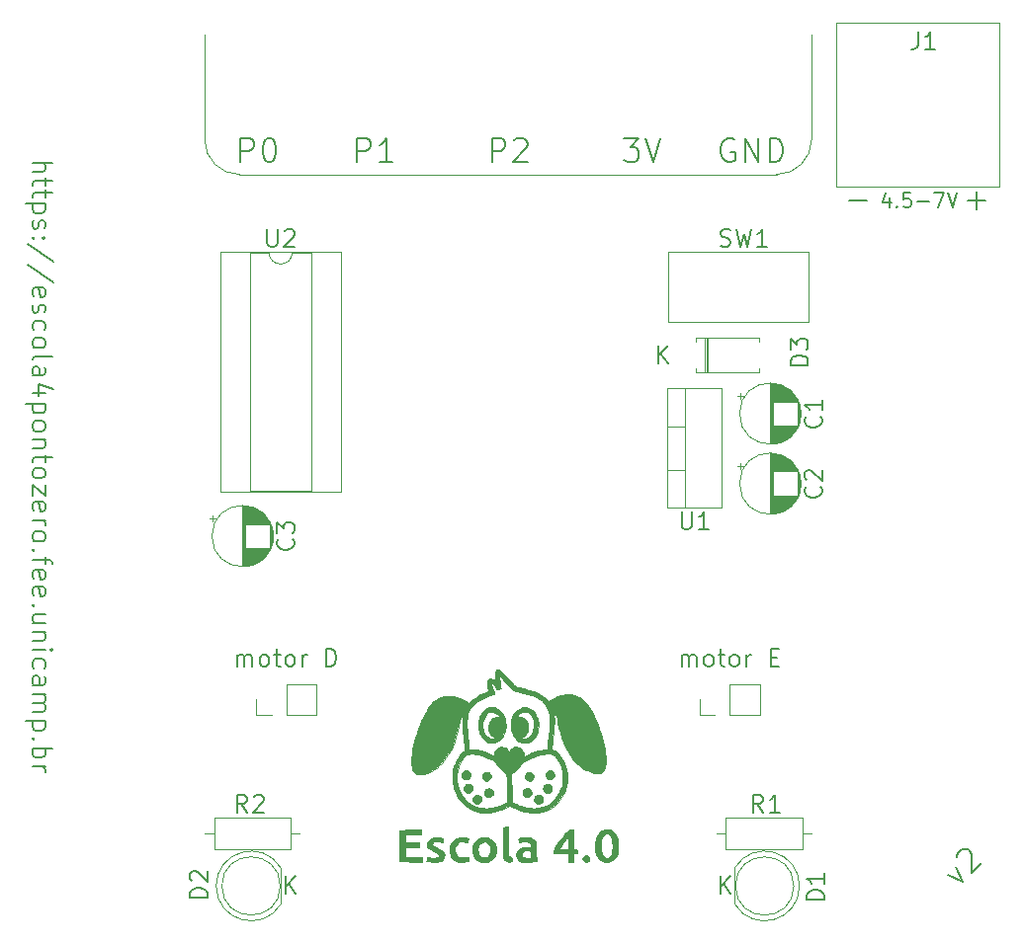
<source format=gbr>
G04 #@! TF.GenerationSoftware,KiCad,Pcbnew,(6.0.11)*
G04 #@! TF.CreationDate,2023-11-04T21:11:21-03:00*
G04 #@! TF.ProjectId,bitmovel,6269746d-6f76-4656-9c2e-6b696361645f,rev?*
G04 #@! TF.SameCoordinates,Original*
G04 #@! TF.FileFunction,Legend,Top*
G04 #@! TF.FilePolarity,Positive*
%FSLAX46Y46*%
G04 Gerber Fmt 4.6, Leading zero omitted, Abs format (unit mm)*
G04 Created by KiCad (PCBNEW (6.0.11)) date 2023-11-04 21:11:21*
%MOMM*%
%LPD*%
G01*
G04 APERTURE LIST*
%ADD10C,0.200000*%
%ADD11C,0.150000*%
%ADD12C,0.120000*%
%ADD13C,0.010000*%
G04 APERTURE END LIST*
D10*
X109230952Y-56014285D02*
X110930952Y-56014285D01*
X109230952Y-56742857D02*
X110121428Y-56742857D01*
X110283333Y-56661904D01*
X110364285Y-56500000D01*
X110364285Y-56257142D01*
X110283333Y-56095238D01*
X110202380Y-56014285D01*
X110364285Y-57309523D02*
X110364285Y-57957142D01*
X110930952Y-57552380D02*
X109473809Y-57552380D01*
X109311904Y-57633333D01*
X109230952Y-57795238D01*
X109230952Y-57957142D01*
X110364285Y-58280952D02*
X110364285Y-58928571D01*
X110930952Y-58523809D02*
X109473809Y-58523809D01*
X109311904Y-58604761D01*
X109230952Y-58766666D01*
X109230952Y-58928571D01*
X110364285Y-59495238D02*
X108664285Y-59495238D01*
X110283333Y-59495238D02*
X110364285Y-59657142D01*
X110364285Y-59980952D01*
X110283333Y-60142857D01*
X110202380Y-60223809D01*
X110040476Y-60304761D01*
X109554761Y-60304761D01*
X109392857Y-60223809D01*
X109311904Y-60142857D01*
X109230952Y-59980952D01*
X109230952Y-59657142D01*
X109311904Y-59495238D01*
X109311904Y-60952380D02*
X109230952Y-61114285D01*
X109230952Y-61438095D01*
X109311904Y-61600000D01*
X109473809Y-61680952D01*
X109554761Y-61680952D01*
X109716666Y-61600000D01*
X109797619Y-61438095D01*
X109797619Y-61195238D01*
X109878571Y-61033333D01*
X110040476Y-60952380D01*
X110121428Y-60952380D01*
X110283333Y-61033333D01*
X110364285Y-61195238D01*
X110364285Y-61438095D01*
X110283333Y-61600000D01*
X109392857Y-62409523D02*
X109311904Y-62490476D01*
X109230952Y-62409523D01*
X109311904Y-62328571D01*
X109392857Y-62409523D01*
X109230952Y-62409523D01*
X110283333Y-62409523D02*
X110202380Y-62490476D01*
X110121428Y-62409523D01*
X110202380Y-62328571D01*
X110283333Y-62409523D01*
X110121428Y-62409523D01*
X111011904Y-64433333D02*
X108826190Y-62976190D01*
X111011904Y-66214285D02*
X108826190Y-64757142D01*
X109311904Y-67428571D02*
X109230952Y-67266666D01*
X109230952Y-66942857D01*
X109311904Y-66780952D01*
X109473809Y-66700000D01*
X110121428Y-66700000D01*
X110283333Y-66780952D01*
X110364285Y-66942857D01*
X110364285Y-67266666D01*
X110283333Y-67428571D01*
X110121428Y-67509523D01*
X109959523Y-67509523D01*
X109797619Y-66700000D01*
X109311904Y-68157142D02*
X109230952Y-68319047D01*
X109230952Y-68642857D01*
X109311904Y-68804761D01*
X109473809Y-68885714D01*
X109554761Y-68885714D01*
X109716666Y-68804761D01*
X109797619Y-68642857D01*
X109797619Y-68400000D01*
X109878571Y-68238095D01*
X110040476Y-68157142D01*
X110121428Y-68157142D01*
X110283333Y-68238095D01*
X110364285Y-68400000D01*
X110364285Y-68642857D01*
X110283333Y-68804761D01*
X109311904Y-70342857D02*
X109230952Y-70180952D01*
X109230952Y-69857142D01*
X109311904Y-69695238D01*
X109392857Y-69614285D01*
X109554761Y-69533333D01*
X110040476Y-69533333D01*
X110202380Y-69614285D01*
X110283333Y-69695238D01*
X110364285Y-69857142D01*
X110364285Y-70180952D01*
X110283333Y-70342857D01*
X109230952Y-71314285D02*
X109311904Y-71152380D01*
X109392857Y-71071428D01*
X109554761Y-70990476D01*
X110040476Y-70990476D01*
X110202380Y-71071428D01*
X110283333Y-71152380D01*
X110364285Y-71314285D01*
X110364285Y-71557142D01*
X110283333Y-71719047D01*
X110202380Y-71800000D01*
X110040476Y-71880952D01*
X109554761Y-71880952D01*
X109392857Y-71800000D01*
X109311904Y-71719047D01*
X109230952Y-71557142D01*
X109230952Y-71314285D01*
X109230952Y-72852380D02*
X109311904Y-72690476D01*
X109473809Y-72609523D01*
X110930952Y-72609523D01*
X109230952Y-74228571D02*
X110121428Y-74228571D01*
X110283333Y-74147619D01*
X110364285Y-73985714D01*
X110364285Y-73661904D01*
X110283333Y-73500000D01*
X109311904Y-74228571D02*
X109230952Y-74066666D01*
X109230952Y-73661904D01*
X109311904Y-73500000D01*
X109473809Y-73419047D01*
X109635714Y-73419047D01*
X109797619Y-73500000D01*
X109878571Y-73661904D01*
X109878571Y-74066666D01*
X109959523Y-74228571D01*
X110364285Y-75766666D02*
X109230952Y-75766666D01*
X111011904Y-75361904D02*
X109797619Y-74957142D01*
X109797619Y-76009523D01*
X110364285Y-76657142D02*
X108664285Y-76657142D01*
X110283333Y-76657142D02*
X110364285Y-76819047D01*
X110364285Y-77142857D01*
X110283333Y-77304761D01*
X110202380Y-77385714D01*
X110040476Y-77466666D01*
X109554761Y-77466666D01*
X109392857Y-77385714D01*
X109311904Y-77304761D01*
X109230952Y-77142857D01*
X109230952Y-76819047D01*
X109311904Y-76657142D01*
X109230952Y-78438095D02*
X109311904Y-78276190D01*
X109392857Y-78195238D01*
X109554761Y-78114285D01*
X110040476Y-78114285D01*
X110202380Y-78195238D01*
X110283333Y-78276190D01*
X110364285Y-78438095D01*
X110364285Y-78680952D01*
X110283333Y-78842857D01*
X110202380Y-78923809D01*
X110040476Y-79004761D01*
X109554761Y-79004761D01*
X109392857Y-78923809D01*
X109311904Y-78842857D01*
X109230952Y-78680952D01*
X109230952Y-78438095D01*
X110364285Y-79733333D02*
X109230952Y-79733333D01*
X110202380Y-79733333D02*
X110283333Y-79814285D01*
X110364285Y-79976190D01*
X110364285Y-80219047D01*
X110283333Y-80380952D01*
X110121428Y-80461904D01*
X109230952Y-80461904D01*
X110364285Y-81028571D02*
X110364285Y-81676190D01*
X110930952Y-81271428D02*
X109473809Y-81271428D01*
X109311904Y-81352380D01*
X109230952Y-81514285D01*
X109230952Y-81676190D01*
X109230952Y-82485714D02*
X109311904Y-82323809D01*
X109392857Y-82242857D01*
X109554761Y-82161904D01*
X110040476Y-82161904D01*
X110202380Y-82242857D01*
X110283333Y-82323809D01*
X110364285Y-82485714D01*
X110364285Y-82728571D01*
X110283333Y-82890476D01*
X110202380Y-82971428D01*
X110040476Y-83052380D01*
X109554761Y-83052380D01*
X109392857Y-82971428D01*
X109311904Y-82890476D01*
X109230952Y-82728571D01*
X109230952Y-82485714D01*
X110364285Y-83619047D02*
X110364285Y-84509523D01*
X109230952Y-83619047D01*
X109230952Y-84509523D01*
X109311904Y-85804761D02*
X109230952Y-85642857D01*
X109230952Y-85319047D01*
X109311904Y-85157142D01*
X109473809Y-85076190D01*
X110121428Y-85076190D01*
X110283333Y-85157142D01*
X110364285Y-85319047D01*
X110364285Y-85642857D01*
X110283333Y-85804761D01*
X110121428Y-85885714D01*
X109959523Y-85885714D01*
X109797619Y-85076190D01*
X109230952Y-86614285D02*
X110364285Y-86614285D01*
X110040476Y-86614285D02*
X110202380Y-86695238D01*
X110283333Y-86776190D01*
X110364285Y-86938095D01*
X110364285Y-87100000D01*
X109230952Y-87909523D02*
X109311904Y-87747619D01*
X109392857Y-87666666D01*
X109554761Y-87585714D01*
X110040476Y-87585714D01*
X110202380Y-87666666D01*
X110283333Y-87747619D01*
X110364285Y-87909523D01*
X110364285Y-88152380D01*
X110283333Y-88314285D01*
X110202380Y-88395238D01*
X110040476Y-88476190D01*
X109554761Y-88476190D01*
X109392857Y-88395238D01*
X109311904Y-88314285D01*
X109230952Y-88152380D01*
X109230952Y-87909523D01*
X109392857Y-89204761D02*
X109311904Y-89285714D01*
X109230952Y-89204761D01*
X109311904Y-89123809D01*
X109392857Y-89204761D01*
X109230952Y-89204761D01*
X110364285Y-89771428D02*
X110364285Y-90419047D01*
X109230952Y-90014285D02*
X110688095Y-90014285D01*
X110850000Y-90095238D01*
X110930952Y-90257142D01*
X110930952Y-90419047D01*
X109311904Y-91633333D02*
X109230952Y-91471428D01*
X109230952Y-91147619D01*
X109311904Y-90985714D01*
X109473809Y-90904761D01*
X110121428Y-90904761D01*
X110283333Y-90985714D01*
X110364285Y-91147619D01*
X110364285Y-91471428D01*
X110283333Y-91633333D01*
X110121428Y-91714285D01*
X109959523Y-91714285D01*
X109797619Y-90904761D01*
X109311904Y-93090476D02*
X109230952Y-92928571D01*
X109230952Y-92604761D01*
X109311904Y-92442857D01*
X109473809Y-92361904D01*
X110121428Y-92361904D01*
X110283333Y-92442857D01*
X110364285Y-92604761D01*
X110364285Y-92928571D01*
X110283333Y-93090476D01*
X110121428Y-93171428D01*
X109959523Y-93171428D01*
X109797619Y-92361904D01*
X109392857Y-93900000D02*
X109311904Y-93980952D01*
X109230952Y-93900000D01*
X109311904Y-93819047D01*
X109392857Y-93900000D01*
X109230952Y-93900000D01*
X110364285Y-95438095D02*
X109230952Y-95438095D01*
X110364285Y-94709523D02*
X109473809Y-94709523D01*
X109311904Y-94790476D01*
X109230952Y-94952380D01*
X109230952Y-95195238D01*
X109311904Y-95357142D01*
X109392857Y-95438095D01*
X110364285Y-96247619D02*
X109230952Y-96247619D01*
X110202380Y-96247619D02*
X110283333Y-96328571D01*
X110364285Y-96490476D01*
X110364285Y-96733333D01*
X110283333Y-96895238D01*
X110121428Y-96976190D01*
X109230952Y-96976190D01*
X109230952Y-97785714D02*
X110364285Y-97785714D01*
X110930952Y-97785714D02*
X110850000Y-97704761D01*
X110769047Y-97785714D01*
X110850000Y-97866666D01*
X110930952Y-97785714D01*
X110769047Y-97785714D01*
X109311904Y-99323809D02*
X109230952Y-99161904D01*
X109230952Y-98838095D01*
X109311904Y-98676190D01*
X109392857Y-98595238D01*
X109554761Y-98514285D01*
X110040476Y-98514285D01*
X110202380Y-98595238D01*
X110283333Y-98676190D01*
X110364285Y-98838095D01*
X110364285Y-99161904D01*
X110283333Y-99323809D01*
X109230952Y-100780952D02*
X110121428Y-100780952D01*
X110283333Y-100700000D01*
X110364285Y-100538095D01*
X110364285Y-100214285D01*
X110283333Y-100052380D01*
X109311904Y-100780952D02*
X109230952Y-100619047D01*
X109230952Y-100214285D01*
X109311904Y-100052380D01*
X109473809Y-99971428D01*
X109635714Y-99971428D01*
X109797619Y-100052380D01*
X109878571Y-100214285D01*
X109878571Y-100619047D01*
X109959523Y-100780952D01*
X109230952Y-101590476D02*
X110364285Y-101590476D01*
X110202380Y-101590476D02*
X110283333Y-101671428D01*
X110364285Y-101833333D01*
X110364285Y-102076190D01*
X110283333Y-102238095D01*
X110121428Y-102319047D01*
X109230952Y-102319047D01*
X110121428Y-102319047D02*
X110283333Y-102400000D01*
X110364285Y-102561904D01*
X110364285Y-102804761D01*
X110283333Y-102966666D01*
X110121428Y-103047619D01*
X109230952Y-103047619D01*
X110364285Y-103857142D02*
X108664285Y-103857142D01*
X110283333Y-103857142D02*
X110364285Y-104019047D01*
X110364285Y-104342857D01*
X110283333Y-104504761D01*
X110202380Y-104585714D01*
X110040476Y-104666666D01*
X109554761Y-104666666D01*
X109392857Y-104585714D01*
X109311904Y-104504761D01*
X109230952Y-104342857D01*
X109230952Y-104019047D01*
X109311904Y-103857142D01*
X109392857Y-105395238D02*
X109311904Y-105476190D01*
X109230952Y-105395238D01*
X109311904Y-105314285D01*
X109392857Y-105395238D01*
X109230952Y-105395238D01*
X109230952Y-106204761D02*
X110930952Y-106204761D01*
X110283333Y-106204761D02*
X110364285Y-106366666D01*
X110364285Y-106690476D01*
X110283333Y-106852380D01*
X110202380Y-106933333D01*
X110040476Y-107014285D01*
X109554761Y-107014285D01*
X109392857Y-106933333D01*
X109311904Y-106852380D01*
X109230952Y-106690476D01*
X109230952Y-106366666D01*
X109311904Y-106204761D01*
X109230952Y-107742857D02*
X110364285Y-107742857D01*
X110040476Y-107742857D02*
X110202380Y-107823809D01*
X110283333Y-107904761D01*
X110364285Y-108066666D01*
X110364285Y-108228571D01*
X187662801Y-117039106D02*
X188942328Y-117645198D01*
X188336236Y-116365671D01*
X188470923Y-115557549D02*
X188470923Y-115422862D01*
X188538267Y-115220832D01*
X188874984Y-114884114D01*
X189077015Y-114816771D01*
X189211702Y-114816771D01*
X189413732Y-114884114D01*
X189548419Y-115018801D01*
X189683106Y-115288175D01*
X189683106Y-116904419D01*
X190558572Y-116028954D01*
D11*
X127073690Y-55904761D02*
X127073690Y-53904761D01*
X127835595Y-53904761D01*
X128026071Y-54000000D01*
X128121309Y-54095238D01*
X128216547Y-54285714D01*
X128216547Y-54571428D01*
X128121309Y-54761904D01*
X128026071Y-54857142D01*
X127835595Y-54952380D01*
X127073690Y-54952380D01*
X129454642Y-53904761D02*
X129645119Y-53904761D01*
X129835595Y-54000000D01*
X129930833Y-54095238D01*
X130026071Y-54285714D01*
X130121309Y-54666666D01*
X130121309Y-55142857D01*
X130026071Y-55523809D01*
X129930833Y-55714285D01*
X129835595Y-55809523D01*
X129645119Y-55904761D01*
X129454642Y-55904761D01*
X129264166Y-55809523D01*
X129168928Y-55714285D01*
X129073690Y-55523809D01*
X128978452Y-55142857D01*
X128978452Y-54666666D01*
X129073690Y-54285714D01*
X129168928Y-54095238D01*
X129264166Y-54000000D01*
X129454642Y-53904761D01*
X137073690Y-55904761D02*
X137073690Y-53904761D01*
X137835595Y-53904761D01*
X138026071Y-54000000D01*
X138121309Y-54095238D01*
X138216547Y-54285714D01*
X138216547Y-54571428D01*
X138121309Y-54761904D01*
X138026071Y-54857142D01*
X137835595Y-54952380D01*
X137073690Y-54952380D01*
X140121309Y-55904761D02*
X138978452Y-55904761D01*
X139549880Y-55904761D02*
X139549880Y-53904761D01*
X139359404Y-54190476D01*
X139168928Y-54380952D01*
X138978452Y-54476190D01*
X148597500Y-55904761D02*
X148597500Y-53904761D01*
X149359404Y-53904761D01*
X149549880Y-54000000D01*
X149645119Y-54095238D01*
X149740357Y-54285714D01*
X149740357Y-54571428D01*
X149645119Y-54761904D01*
X149549880Y-54857142D01*
X149359404Y-54952380D01*
X148597500Y-54952380D01*
X150502261Y-54095238D02*
X150597500Y-54000000D01*
X150787976Y-53904761D01*
X151264166Y-53904761D01*
X151454642Y-54000000D01*
X151549880Y-54095238D01*
X151645119Y-54285714D01*
X151645119Y-54476190D01*
X151549880Y-54761904D01*
X150407023Y-55904761D01*
X151645119Y-55904761D01*
X159930833Y-53904761D02*
X161168928Y-53904761D01*
X160502261Y-54666666D01*
X160787976Y-54666666D01*
X160978452Y-54761904D01*
X161073690Y-54857142D01*
X161168928Y-55047619D01*
X161168928Y-55523809D01*
X161073690Y-55714285D01*
X160978452Y-55809523D01*
X160787976Y-55904761D01*
X160216547Y-55904761D01*
X160026071Y-55809523D01*
X159930833Y-55714285D01*
X161740357Y-53904761D02*
X162407023Y-55904761D01*
X163073690Y-53904761D01*
X169359404Y-54000000D02*
X169168928Y-53904761D01*
X168883214Y-53904761D01*
X168597500Y-54000000D01*
X168407023Y-54190476D01*
X168311785Y-54380952D01*
X168216547Y-54761904D01*
X168216547Y-55047619D01*
X168311785Y-55428571D01*
X168407023Y-55619047D01*
X168597500Y-55809523D01*
X168883214Y-55904761D01*
X169073690Y-55904761D01*
X169359404Y-55809523D01*
X169454642Y-55714285D01*
X169454642Y-55047619D01*
X169073690Y-55047619D01*
X170311785Y-55904761D02*
X170311785Y-53904761D01*
X171454642Y-55904761D01*
X171454642Y-53904761D01*
X172407023Y-55904761D02*
X172407023Y-53904761D01*
X172883214Y-53904761D01*
X173168928Y-54000000D01*
X173359404Y-54190476D01*
X173454642Y-54380952D01*
X173549880Y-54761904D01*
X173549880Y-55047619D01*
X173454642Y-55428571D01*
X173359404Y-55619047D01*
X173168928Y-55809523D01*
X172883214Y-55904761D01*
X172407023Y-55904761D01*
D10*
G04 #@! TO.C,R1*
X171850000Y-111678571D02*
X171350000Y-110964285D01*
X170992857Y-111678571D02*
X170992857Y-110178571D01*
X171564285Y-110178571D01*
X171707142Y-110250000D01*
X171778571Y-110321428D01*
X171850000Y-110464285D01*
X171850000Y-110678571D01*
X171778571Y-110821428D01*
X171707142Y-110892857D01*
X171564285Y-110964285D01*
X170992857Y-110964285D01*
X173278571Y-111678571D02*
X172421428Y-111678571D01*
X172850000Y-111678571D02*
X172850000Y-110178571D01*
X172707142Y-110392857D01*
X172564285Y-110535714D01*
X172421428Y-110607142D01*
G04 #@! TO.C,U2*
X129367142Y-61678571D02*
X129367142Y-62892857D01*
X129438571Y-63035714D01*
X129510000Y-63107142D01*
X129652857Y-63178571D01*
X129938571Y-63178571D01*
X130081428Y-63107142D01*
X130152857Y-63035714D01*
X130224285Y-62892857D01*
X130224285Y-61678571D01*
X130867142Y-61821428D02*
X130938571Y-61750000D01*
X131081428Y-61678571D01*
X131438571Y-61678571D01*
X131581428Y-61750000D01*
X131652857Y-61821428D01*
X131724285Y-61964285D01*
X131724285Y-62107142D01*
X131652857Y-62321428D01*
X130795714Y-63178571D01*
X131724285Y-63178571D01*
G04 #@! TO.C,REF\u002A\u002A*
X126785714Y-99178571D02*
X126785714Y-98178571D01*
X126785714Y-98321428D02*
X126857142Y-98250000D01*
X127000000Y-98178571D01*
X127214285Y-98178571D01*
X127357142Y-98250000D01*
X127428571Y-98392857D01*
X127428571Y-99178571D01*
X127428571Y-98392857D02*
X127500000Y-98250000D01*
X127642857Y-98178571D01*
X127857142Y-98178571D01*
X128000000Y-98250000D01*
X128071428Y-98392857D01*
X128071428Y-99178571D01*
X129000000Y-99178571D02*
X128857142Y-99107142D01*
X128785714Y-99035714D01*
X128714285Y-98892857D01*
X128714285Y-98464285D01*
X128785714Y-98321428D01*
X128857142Y-98250000D01*
X129000000Y-98178571D01*
X129214285Y-98178571D01*
X129357142Y-98250000D01*
X129428571Y-98321428D01*
X129500000Y-98464285D01*
X129500000Y-98892857D01*
X129428571Y-99035714D01*
X129357142Y-99107142D01*
X129214285Y-99178571D01*
X129000000Y-99178571D01*
X129928571Y-98178571D02*
X130500000Y-98178571D01*
X130142857Y-97678571D02*
X130142857Y-98964285D01*
X130214285Y-99107142D01*
X130357142Y-99178571D01*
X130500000Y-99178571D01*
X131214285Y-99178571D02*
X131071428Y-99107142D01*
X131000000Y-99035714D01*
X130928571Y-98892857D01*
X130928571Y-98464285D01*
X131000000Y-98321428D01*
X131071428Y-98250000D01*
X131214285Y-98178571D01*
X131428571Y-98178571D01*
X131571428Y-98250000D01*
X131642857Y-98321428D01*
X131714285Y-98464285D01*
X131714285Y-98892857D01*
X131642857Y-99035714D01*
X131571428Y-99107142D01*
X131428571Y-99178571D01*
X131214285Y-99178571D01*
X132357142Y-99178571D02*
X132357142Y-98178571D01*
X132357142Y-98464285D02*
X132428571Y-98321428D01*
X132500000Y-98250000D01*
X132642857Y-98178571D01*
X132785714Y-98178571D01*
X134428571Y-99178571D02*
X134428571Y-97678571D01*
X134785714Y-97678571D01*
X135000000Y-97750000D01*
X135142857Y-97892857D01*
X135214285Y-98035714D01*
X135285714Y-98321428D01*
X135285714Y-98535714D01*
X135214285Y-98821428D01*
X135142857Y-98964285D01*
X135000000Y-99107142D01*
X134785714Y-99178571D01*
X134428571Y-99178571D01*
X164857142Y-99178571D02*
X164857142Y-98178571D01*
X164857142Y-98321428D02*
X164928571Y-98250000D01*
X165071428Y-98178571D01*
X165285714Y-98178571D01*
X165428571Y-98250000D01*
X165500000Y-98392857D01*
X165500000Y-99178571D01*
X165500000Y-98392857D02*
X165571428Y-98250000D01*
X165714285Y-98178571D01*
X165928571Y-98178571D01*
X166071428Y-98250000D01*
X166142857Y-98392857D01*
X166142857Y-99178571D01*
X167071428Y-99178571D02*
X166928571Y-99107142D01*
X166857142Y-99035714D01*
X166785714Y-98892857D01*
X166785714Y-98464285D01*
X166857142Y-98321428D01*
X166928571Y-98250000D01*
X167071428Y-98178571D01*
X167285714Y-98178571D01*
X167428571Y-98250000D01*
X167500000Y-98321428D01*
X167571428Y-98464285D01*
X167571428Y-98892857D01*
X167500000Y-99035714D01*
X167428571Y-99107142D01*
X167285714Y-99178571D01*
X167071428Y-99178571D01*
X168000000Y-98178571D02*
X168571428Y-98178571D01*
X168214285Y-97678571D02*
X168214285Y-98964285D01*
X168285714Y-99107142D01*
X168428571Y-99178571D01*
X168571428Y-99178571D01*
X169285714Y-99178571D02*
X169142857Y-99107142D01*
X169071428Y-99035714D01*
X169000000Y-98892857D01*
X169000000Y-98464285D01*
X169071428Y-98321428D01*
X169142857Y-98250000D01*
X169285714Y-98178571D01*
X169500000Y-98178571D01*
X169642857Y-98250000D01*
X169714285Y-98321428D01*
X169785714Y-98464285D01*
X169785714Y-98892857D01*
X169714285Y-99035714D01*
X169642857Y-99107142D01*
X169500000Y-99178571D01*
X169285714Y-99178571D01*
X170428571Y-99178571D02*
X170428571Y-98178571D01*
X170428571Y-98464285D02*
X170500000Y-98321428D01*
X170571428Y-98250000D01*
X170714285Y-98178571D01*
X170857142Y-98178571D01*
X172500000Y-98392857D02*
X173000000Y-98392857D01*
X173214285Y-99178571D02*
X172500000Y-99178571D01*
X172500000Y-97678571D01*
X173214285Y-97678571D01*
G04 #@! TO.C,U1*
X164857142Y-85928571D02*
X164857142Y-87142857D01*
X164928571Y-87285714D01*
X165000000Y-87357142D01*
X165142857Y-87428571D01*
X165428571Y-87428571D01*
X165571428Y-87357142D01*
X165642857Y-87285714D01*
X165714285Y-87142857D01*
X165714285Y-85928571D01*
X167214285Y-87428571D02*
X166357142Y-87428571D01*
X166785714Y-87428571D02*
X166785714Y-85928571D01*
X166642857Y-86142857D01*
X166500000Y-86285714D01*
X166357142Y-86357142D01*
G04 #@! TO.C,SW1*
X168200000Y-63107142D02*
X168414285Y-63178571D01*
X168771428Y-63178571D01*
X168914285Y-63107142D01*
X168985714Y-63035714D01*
X169057142Y-62892857D01*
X169057142Y-62750000D01*
X168985714Y-62607142D01*
X168914285Y-62535714D01*
X168771428Y-62464285D01*
X168485714Y-62392857D01*
X168342857Y-62321428D01*
X168271428Y-62250000D01*
X168200000Y-62107142D01*
X168200000Y-61964285D01*
X168271428Y-61821428D01*
X168342857Y-61750000D01*
X168485714Y-61678571D01*
X168842857Y-61678571D01*
X169057142Y-61750000D01*
X169557142Y-61678571D02*
X169914285Y-63178571D01*
X170200000Y-62107142D01*
X170485714Y-63178571D01*
X170842857Y-61678571D01*
X172200000Y-63178571D02*
X171342857Y-63178571D01*
X171771428Y-63178571D02*
X171771428Y-61678571D01*
X171628571Y-61892857D01*
X171485714Y-62035714D01*
X171342857Y-62107142D01*
G04 #@! TO.C,D3*
X175678571Y-73357142D02*
X174178571Y-73357142D01*
X174178571Y-73000000D01*
X174250000Y-72785714D01*
X174392857Y-72642857D01*
X174535714Y-72571428D01*
X174821428Y-72500000D01*
X175035714Y-72500000D01*
X175321428Y-72571428D01*
X175464285Y-72642857D01*
X175607142Y-72785714D01*
X175678571Y-73000000D01*
X175678571Y-73357142D01*
X174178571Y-72000000D02*
X174178571Y-71071428D01*
X174750000Y-71571428D01*
X174750000Y-71357142D01*
X174821428Y-71214285D01*
X174892857Y-71142857D01*
X175035714Y-71071428D01*
X175392857Y-71071428D01*
X175535714Y-71142857D01*
X175607142Y-71214285D01*
X175678571Y-71357142D01*
X175678571Y-71785714D01*
X175607142Y-71928571D01*
X175535714Y-72000000D01*
X162827142Y-73178571D02*
X162827142Y-71678571D01*
X163684285Y-73178571D02*
X163041428Y-72321428D01*
X163684285Y-71678571D02*
X162827142Y-72535714D01*
G04 #@! TO.C,C1*
X176735714Y-77750000D02*
X176807142Y-77821428D01*
X176878571Y-78035714D01*
X176878571Y-78178571D01*
X176807142Y-78392857D01*
X176664285Y-78535714D01*
X176521428Y-78607142D01*
X176235714Y-78678571D01*
X176021428Y-78678571D01*
X175735714Y-78607142D01*
X175592857Y-78535714D01*
X175450000Y-78392857D01*
X175378571Y-78178571D01*
X175378571Y-78035714D01*
X175450000Y-77821428D01*
X175521428Y-77750000D01*
X176878571Y-76321428D02*
X176878571Y-77178571D01*
X176878571Y-76750000D02*
X175378571Y-76750000D01*
X175592857Y-76892857D01*
X175735714Y-77035714D01*
X175807142Y-77178571D01*
G04 #@! TO.C,C2*
X176735714Y-83750000D02*
X176807142Y-83821428D01*
X176878571Y-84035714D01*
X176878571Y-84178571D01*
X176807142Y-84392857D01*
X176664285Y-84535714D01*
X176521428Y-84607142D01*
X176235714Y-84678571D01*
X176021428Y-84678571D01*
X175735714Y-84607142D01*
X175592857Y-84535714D01*
X175450000Y-84392857D01*
X175378571Y-84178571D01*
X175378571Y-84035714D01*
X175450000Y-83821428D01*
X175521428Y-83750000D01*
X175521428Y-83178571D02*
X175450000Y-83107142D01*
X175378571Y-82964285D01*
X175378571Y-82607142D01*
X175450000Y-82464285D01*
X175521428Y-82392857D01*
X175664285Y-82321428D01*
X175807142Y-82321428D01*
X176021428Y-82392857D01*
X176878571Y-83250000D01*
X176878571Y-82321428D01*
G04 #@! TO.C,C3*
X131535714Y-88250000D02*
X131607142Y-88321428D01*
X131678571Y-88535714D01*
X131678571Y-88678571D01*
X131607142Y-88892857D01*
X131464285Y-89035714D01*
X131321428Y-89107142D01*
X131035714Y-89178571D01*
X130821428Y-89178571D01*
X130535714Y-89107142D01*
X130392857Y-89035714D01*
X130250000Y-88892857D01*
X130178571Y-88678571D01*
X130178571Y-88535714D01*
X130250000Y-88321428D01*
X130321428Y-88250000D01*
X130178571Y-87750000D02*
X130178571Y-86821428D01*
X130750000Y-87321428D01*
X130750000Y-87107142D01*
X130821428Y-86964285D01*
X130892857Y-86892857D01*
X131035714Y-86821428D01*
X131392857Y-86821428D01*
X131535714Y-86892857D01*
X131607142Y-86964285D01*
X131678571Y-87107142D01*
X131678571Y-87535714D01*
X131607142Y-87678571D01*
X131535714Y-87750000D01*
G04 #@! TO.C,J1*
X185100000Y-44778571D02*
X185100000Y-45850000D01*
X185028571Y-46064285D01*
X184885714Y-46207142D01*
X184671428Y-46278571D01*
X184528571Y-46278571D01*
X186600000Y-46278571D02*
X185742857Y-46278571D01*
X186171428Y-46278571D02*
X186171428Y-44778571D01*
X186028571Y-44992857D01*
X185885714Y-45135714D01*
X185742857Y-45207142D01*
X179238095Y-59242857D02*
X180761904Y-59242857D01*
X189398095Y-59242857D02*
X190921904Y-59242857D01*
X190160000Y-60004761D02*
X190160000Y-58480952D01*
D11*
X182640476Y-58982142D02*
X182640476Y-59815476D01*
X182342857Y-58505952D02*
X182045238Y-59398809D01*
X182819047Y-59398809D01*
X183295238Y-59696428D02*
X183354761Y-59755952D01*
X183295238Y-59815476D01*
X183235714Y-59755952D01*
X183295238Y-59696428D01*
X183295238Y-59815476D01*
X184485714Y-58565476D02*
X183890476Y-58565476D01*
X183830952Y-59160714D01*
X183890476Y-59101190D01*
X184009523Y-59041666D01*
X184307142Y-59041666D01*
X184426190Y-59101190D01*
X184485714Y-59160714D01*
X184545238Y-59279761D01*
X184545238Y-59577380D01*
X184485714Y-59696428D01*
X184426190Y-59755952D01*
X184307142Y-59815476D01*
X184009523Y-59815476D01*
X183890476Y-59755952D01*
X183830952Y-59696428D01*
X185080952Y-59339285D02*
X186033333Y-59339285D01*
X186509523Y-58565476D02*
X187342857Y-58565476D01*
X186807142Y-59815476D01*
X187640476Y-58565476D02*
X188057142Y-59815476D01*
X188473809Y-58565476D01*
D10*
G04 #@! TO.C,D1*
X177078571Y-119207142D02*
X175578571Y-119207142D01*
X175578571Y-118850000D01*
X175650000Y-118635714D01*
X175792857Y-118492857D01*
X175935714Y-118421428D01*
X176221428Y-118350000D01*
X176435714Y-118350000D01*
X176721428Y-118421428D01*
X176864285Y-118492857D01*
X177007142Y-118635714D01*
X177078571Y-118850000D01*
X177078571Y-119207142D01*
X177078571Y-116921428D02*
X177078571Y-117778571D01*
X177078571Y-117350000D02*
X175578571Y-117350000D01*
X175792857Y-117492857D01*
X175935714Y-117635714D01*
X176007142Y-117778571D01*
X168207142Y-118678571D02*
X168207142Y-117178571D01*
X169064285Y-118678571D02*
X168421428Y-117821428D01*
X169064285Y-117178571D02*
X168207142Y-118035714D01*
G04 #@! TO.C,R2*
X127650000Y-111678571D02*
X127150000Y-110964285D01*
X126792857Y-111678571D02*
X126792857Y-110178571D01*
X127364285Y-110178571D01*
X127507142Y-110250000D01*
X127578571Y-110321428D01*
X127650000Y-110464285D01*
X127650000Y-110678571D01*
X127578571Y-110821428D01*
X127507142Y-110892857D01*
X127364285Y-110964285D01*
X126792857Y-110964285D01*
X128221428Y-110321428D02*
X128292857Y-110250000D01*
X128435714Y-110178571D01*
X128792857Y-110178571D01*
X128935714Y-110250000D01*
X129007142Y-110321428D01*
X129078571Y-110464285D01*
X129078571Y-110607142D01*
X129007142Y-110821428D01*
X128150000Y-111678571D01*
X129078571Y-111678571D01*
G04 #@! TO.C,D2*
X124228571Y-119007142D02*
X122728571Y-119007142D01*
X122728571Y-118650000D01*
X122800000Y-118435714D01*
X122942857Y-118292857D01*
X123085714Y-118221428D01*
X123371428Y-118150000D01*
X123585714Y-118150000D01*
X123871428Y-118221428D01*
X124014285Y-118292857D01*
X124157142Y-118435714D01*
X124228571Y-118650000D01*
X124228571Y-119007142D01*
X122871428Y-117578571D02*
X122800000Y-117507142D01*
X122728571Y-117364285D01*
X122728571Y-117007142D01*
X122800000Y-116864285D01*
X122871428Y-116792857D01*
X123014285Y-116721428D01*
X123157142Y-116721428D01*
X123371428Y-116792857D01*
X124228571Y-117650000D01*
X124228571Y-116721428D01*
X130957142Y-118678571D02*
X130957142Y-117178571D01*
X131814285Y-118678571D02*
X131171428Y-117821428D01*
X131814285Y-117178571D02*
X130957142Y-118035714D01*
D12*
G04 #@! TO.C,R1*
X175190000Y-112130000D02*
X168650000Y-112130000D01*
X168650000Y-114870000D02*
X175190000Y-114870000D01*
X175960000Y-113500000D02*
X175190000Y-113500000D01*
X168650000Y-112130000D02*
X168650000Y-114870000D01*
X175190000Y-114870000D02*
X175190000Y-112130000D01*
X167880000Y-113500000D02*
X168650000Y-113500000D01*
G04 #@! TO.C,J2*
X176000000Y-54000000D02*
X176000000Y-45000000D01*
X127000000Y-57000000D02*
X173000000Y-57000000D01*
X124000000Y-54000000D02*
X124000000Y-45000000D01*
X173000000Y-57000000D02*
G75*
G03*
X176000000Y-54000000I0J3000000D01*
G01*
X124000000Y-54000000D02*
G75*
G03*
X127000000Y-57000000I3000001J1D01*
G01*
G04 #@! TO.C,U2*
X125370000Y-84170000D02*
X135650000Y-84170000D01*
X133160000Y-84110000D02*
X133160000Y-63670000D01*
X135650000Y-63610000D02*
X125370000Y-63610000D01*
X133160000Y-63670000D02*
X131510000Y-63670000D01*
X135650000Y-84170000D02*
X135650000Y-63610000D01*
X125370000Y-63610000D02*
X125370000Y-84170000D01*
X127860000Y-84110000D02*
X133160000Y-84110000D01*
X129510000Y-63670000D02*
X127860000Y-63670000D01*
X127860000Y-63670000D02*
X127860000Y-84110000D01*
X129510000Y-63670000D02*
G75*
G03*
X131510000Y-63670000I1000000J0D01*
G01*
G04 #@! TO.C,G\u002A\u002A\u002A*
G36*
X150529072Y-103189737D02*
G01*
X150671462Y-103021359D01*
X150680358Y-103012293D01*
X150823902Y-102883757D01*
X150968978Y-102788768D01*
X151120685Y-102724764D01*
X151284125Y-102689181D01*
X151334106Y-102683841D01*
X151514335Y-102686207D01*
X151689173Y-102722777D01*
X151856103Y-102791582D01*
X152012606Y-102890654D01*
X152156163Y-103018023D01*
X152284254Y-103171723D01*
X152394362Y-103349785D01*
X152483968Y-103550240D01*
X152499924Y-103594936D01*
X152557695Y-103813591D01*
X152588357Y-104046595D01*
X152592170Y-104285742D01*
X152569392Y-104522825D01*
X152520280Y-104749638D01*
X152457952Y-104928392D01*
X152368885Y-105108907D01*
X152260693Y-105267486D01*
X152133514Y-105408293D01*
X151998949Y-105527452D01*
X151865114Y-105616196D01*
X151724214Y-105679382D01*
X151670386Y-105696770D01*
X151572204Y-105715884D01*
X151454356Y-105724230D01*
X151331201Y-105721948D01*
X151217097Y-105709176D01*
X151142487Y-105691661D01*
X150956798Y-105613601D01*
X150788833Y-105504555D01*
X150639582Y-105365733D01*
X150510037Y-105198347D01*
X150401191Y-105003609D01*
X150314034Y-104782730D01*
X150269306Y-104624990D01*
X150246224Y-104495834D01*
X150232605Y-104344070D01*
X150228563Y-104182152D01*
X150234214Y-104022535D01*
X150249673Y-103877673D01*
X150261772Y-103811643D01*
X150326411Y-103580708D01*
X150327439Y-103578312D01*
X150728420Y-103578312D01*
X150831389Y-103543314D01*
X150959374Y-103517963D01*
X151094372Y-103523641D01*
X151225958Y-103559556D01*
X151263269Y-103576136D01*
X151347334Y-103630166D01*
X151434805Y-103708062D01*
X151516187Y-103799775D01*
X151581982Y-103895258D01*
X151603848Y-103936510D01*
X151661403Y-104094081D01*
X151695866Y-104268478D01*
X151705811Y-104447420D01*
X151689815Y-104618626D01*
X151685527Y-104640786D01*
X151656753Y-104739193D01*
X151611512Y-104848397D01*
X151556567Y-104954382D01*
X151498679Y-105043135D01*
X151480427Y-105065853D01*
X151417059Y-105128404D01*
X151340593Y-105187540D01*
X151262834Y-105235135D01*
X151195587Y-105263064D01*
X151192893Y-105263754D01*
X151152986Y-105278872D01*
X151148320Y-105296249D01*
X151179196Y-105316469D01*
X151229179Y-105334924D01*
X151354442Y-105357514D01*
X151488752Y-105351057D01*
X151620874Y-105316597D01*
X151673841Y-105293615D01*
X151804699Y-105209787D01*
X151923702Y-105095341D01*
X152027085Y-104955032D01*
X152111081Y-104793614D01*
X152148873Y-104693883D01*
X152205590Y-104474687D01*
X152228488Y-104257994D01*
X152218129Y-104036087D01*
X152203747Y-103938053D01*
X152158246Y-103748100D01*
X152092732Y-103576990D01*
X152009712Y-103426602D01*
X151911696Y-103298815D01*
X151801190Y-103195507D01*
X151680704Y-103118559D01*
X151552745Y-103069847D01*
X151419821Y-103051253D01*
X151284440Y-103064654D01*
X151149111Y-103111930D01*
X151120546Y-103126547D01*
X151044687Y-103178244D01*
X150961682Y-103251763D01*
X150881364Y-103336860D01*
X150813564Y-103423287D01*
X150774757Y-103486872D01*
X150728420Y-103578312D01*
X150327439Y-103578312D01*
X150414783Y-103374796D01*
X150529072Y-103189737D01*
G37*
D13*
X150529072Y-103189737D02*
X150671462Y-103021359D01*
X150680358Y-103012293D01*
X150823902Y-102883757D01*
X150968978Y-102788768D01*
X151120685Y-102724764D01*
X151284125Y-102689181D01*
X151334106Y-102683841D01*
X151514335Y-102686207D01*
X151689173Y-102722777D01*
X151856103Y-102791582D01*
X152012606Y-102890654D01*
X152156163Y-103018023D01*
X152284254Y-103171723D01*
X152394362Y-103349785D01*
X152483968Y-103550240D01*
X152499924Y-103594936D01*
X152557695Y-103813591D01*
X152588357Y-104046595D01*
X152592170Y-104285742D01*
X152569392Y-104522825D01*
X152520280Y-104749638D01*
X152457952Y-104928392D01*
X152368885Y-105108907D01*
X152260693Y-105267486D01*
X152133514Y-105408293D01*
X151998949Y-105527452D01*
X151865114Y-105616196D01*
X151724214Y-105679382D01*
X151670386Y-105696770D01*
X151572204Y-105715884D01*
X151454356Y-105724230D01*
X151331201Y-105721948D01*
X151217097Y-105709176D01*
X151142487Y-105691661D01*
X150956798Y-105613601D01*
X150788833Y-105504555D01*
X150639582Y-105365733D01*
X150510037Y-105198347D01*
X150401191Y-105003609D01*
X150314034Y-104782730D01*
X150269306Y-104624990D01*
X150246224Y-104495834D01*
X150232605Y-104344070D01*
X150228563Y-104182152D01*
X150234214Y-104022535D01*
X150249673Y-103877673D01*
X150261772Y-103811643D01*
X150326411Y-103580708D01*
X150327439Y-103578312D01*
X150728420Y-103578312D01*
X150831389Y-103543314D01*
X150959374Y-103517963D01*
X151094372Y-103523641D01*
X151225958Y-103559556D01*
X151263269Y-103576136D01*
X151347334Y-103630166D01*
X151434805Y-103708062D01*
X151516187Y-103799775D01*
X151581982Y-103895258D01*
X151603848Y-103936510D01*
X151661403Y-104094081D01*
X151695866Y-104268478D01*
X151705811Y-104447420D01*
X151689815Y-104618626D01*
X151685527Y-104640786D01*
X151656753Y-104739193D01*
X151611512Y-104848397D01*
X151556567Y-104954382D01*
X151498679Y-105043135D01*
X151480427Y-105065853D01*
X151417059Y-105128404D01*
X151340593Y-105187540D01*
X151262834Y-105235135D01*
X151195587Y-105263064D01*
X151192893Y-105263754D01*
X151152986Y-105278872D01*
X151148320Y-105296249D01*
X151179196Y-105316469D01*
X151229179Y-105334924D01*
X151354442Y-105357514D01*
X151488752Y-105351057D01*
X151620874Y-105316597D01*
X151673841Y-105293615D01*
X151804699Y-105209787D01*
X151923702Y-105095341D01*
X152027085Y-104955032D01*
X152111081Y-104793614D01*
X152148873Y-104693883D01*
X152205590Y-104474687D01*
X152228488Y-104257994D01*
X152218129Y-104036087D01*
X152203747Y-103938053D01*
X152158246Y-103748100D01*
X152092732Y-103576990D01*
X152009712Y-103426602D01*
X151911696Y-103298815D01*
X151801190Y-103195507D01*
X151680704Y-103118559D01*
X151552745Y-103069847D01*
X151419821Y-103051253D01*
X151284440Y-103064654D01*
X151149111Y-103111930D01*
X151120546Y-103126547D01*
X151044687Y-103178244D01*
X150961682Y-103251763D01*
X150881364Y-103336860D01*
X150813564Y-103423287D01*
X150774757Y-103486872D01*
X150728420Y-103578312D01*
X150327439Y-103578312D01*
X150414783Y-103374796D01*
X150529072Y-103189737D01*
G36*
X147454667Y-103869226D02*
G01*
X147502895Y-103658983D01*
X147574444Y-103458795D01*
X147669111Y-103272447D01*
X147786694Y-103103720D01*
X147926990Y-102956398D01*
X148073086Y-102844860D01*
X148243836Y-102754354D01*
X148419901Y-102699592D01*
X148599939Y-102680651D01*
X148782605Y-102697607D01*
X148966558Y-102750534D01*
X149056572Y-102789533D01*
X149161872Y-102853495D01*
X149272394Y-102943722D01*
X149380699Y-103052473D01*
X149479345Y-103172009D01*
X149560893Y-103294589D01*
X149585632Y-103339929D01*
X149663756Y-103506441D01*
X149720717Y-103661801D01*
X149758954Y-103816667D01*
X149780908Y-103981699D01*
X149789017Y-104167556D01*
X149789116Y-104228929D01*
X149787465Y-104345485D01*
X149783409Y-104436307D01*
X149775801Y-104511926D01*
X149763493Y-104582874D01*
X149745339Y-104659679D01*
X149739979Y-104680174D01*
X149668022Y-104897214D01*
X149573279Y-105095144D01*
X149458111Y-105271247D01*
X149324880Y-105422803D01*
X149175946Y-105547096D01*
X149013672Y-105641407D01*
X148854624Y-105699357D01*
X148774347Y-105713496D01*
X148672394Y-105721333D01*
X148562852Y-105722702D01*
X148459809Y-105717431D01*
X148377352Y-105705354D01*
X148376249Y-105705098D01*
X148278582Y-105672473D01*
X148168478Y-105620003D01*
X148058159Y-105554461D01*
X147959846Y-105482623D01*
X147932784Y-105459291D01*
X147787131Y-105304771D01*
X147666424Y-105130046D01*
X147570459Y-104938899D01*
X147499034Y-104735113D01*
X147451945Y-104522470D01*
X147428989Y-104304753D01*
X147429098Y-104280082D01*
X147799529Y-104280082D01*
X147810914Y-104435997D01*
X147834534Y-104572871D01*
X147839075Y-104590733D01*
X147903386Y-104779608D01*
X147988698Y-104947634D01*
X148092559Y-105091791D01*
X148212519Y-105209056D01*
X148346127Y-105296408D01*
X148444904Y-105337632D01*
X148529568Y-105353572D01*
X148631176Y-105355685D01*
X148733480Y-105344806D01*
X148820235Y-105321773D01*
X148829786Y-105317815D01*
X148873379Y-105297771D01*
X148886930Y-105286328D01*
X148873802Y-105277915D01*
X148857000Y-105272728D01*
X148747099Y-105226339D01*
X148638442Y-105154925D01*
X148567491Y-105091512D01*
X148466023Y-104962280D01*
X148390546Y-104813386D01*
X148341076Y-104650506D01*
X148317629Y-104479316D01*
X148320222Y-104305491D01*
X148348870Y-104134708D01*
X148403592Y-103972643D01*
X148484402Y-103824970D01*
X148563567Y-103725544D01*
X148675339Y-103628880D01*
X148800133Y-103561071D01*
X148932399Y-103523733D01*
X149066583Y-103518482D01*
X149188108Y-103543770D01*
X149242629Y-103560251D01*
X149280384Y-103567746D01*
X149292429Y-103565419D01*
X149281419Y-103536914D01*
X149252127Y-103488604D01*
X149210164Y-103427992D01*
X149161138Y-103362586D01*
X149110659Y-103299890D01*
X149064336Y-103247408D01*
X149030271Y-103214649D01*
X148895953Y-103124825D01*
X148757330Y-103070462D01*
X148616921Y-103051378D01*
X148477245Y-103067395D01*
X148340821Y-103118334D01*
X148210166Y-103204015D01*
X148129035Y-103278766D01*
X148027782Y-103405330D01*
X147939518Y-103558841D01*
X147868613Y-103730997D01*
X147838820Y-103829786D01*
X147813477Y-103963807D01*
X147800381Y-104118295D01*
X147799529Y-104280082D01*
X147429098Y-104280082D01*
X147429965Y-104085744D01*
X147454667Y-103869226D01*
G37*
X147454667Y-103869226D02*
X147502895Y-103658983D01*
X147574444Y-103458795D01*
X147669111Y-103272447D01*
X147786694Y-103103720D01*
X147926990Y-102956398D01*
X148073086Y-102844860D01*
X148243836Y-102754354D01*
X148419901Y-102699592D01*
X148599939Y-102680651D01*
X148782605Y-102697607D01*
X148966558Y-102750534D01*
X149056572Y-102789533D01*
X149161872Y-102853495D01*
X149272394Y-102943722D01*
X149380699Y-103052473D01*
X149479345Y-103172009D01*
X149560893Y-103294589D01*
X149585632Y-103339929D01*
X149663756Y-103506441D01*
X149720717Y-103661801D01*
X149758954Y-103816667D01*
X149780908Y-103981699D01*
X149789017Y-104167556D01*
X149789116Y-104228929D01*
X149787465Y-104345485D01*
X149783409Y-104436307D01*
X149775801Y-104511926D01*
X149763493Y-104582874D01*
X149745339Y-104659679D01*
X149739979Y-104680174D01*
X149668022Y-104897214D01*
X149573279Y-105095144D01*
X149458111Y-105271247D01*
X149324880Y-105422803D01*
X149175946Y-105547096D01*
X149013672Y-105641407D01*
X148854624Y-105699357D01*
X148774347Y-105713496D01*
X148672394Y-105721333D01*
X148562852Y-105722702D01*
X148459809Y-105717431D01*
X148377352Y-105705354D01*
X148376249Y-105705098D01*
X148278582Y-105672473D01*
X148168478Y-105620003D01*
X148058159Y-105554461D01*
X147959846Y-105482623D01*
X147932784Y-105459291D01*
X147787131Y-105304771D01*
X147666424Y-105130046D01*
X147570459Y-104938899D01*
X147499034Y-104735113D01*
X147451945Y-104522470D01*
X147428989Y-104304753D01*
X147429098Y-104280082D01*
X147799529Y-104280082D01*
X147810914Y-104435997D01*
X147834534Y-104572871D01*
X147839075Y-104590733D01*
X147903386Y-104779608D01*
X147988698Y-104947634D01*
X148092559Y-105091791D01*
X148212519Y-105209056D01*
X148346127Y-105296408D01*
X148444904Y-105337632D01*
X148529568Y-105353572D01*
X148631176Y-105355685D01*
X148733480Y-105344806D01*
X148820235Y-105321773D01*
X148829786Y-105317815D01*
X148873379Y-105297771D01*
X148886930Y-105286328D01*
X148873802Y-105277915D01*
X148857000Y-105272728D01*
X148747099Y-105226339D01*
X148638442Y-105154925D01*
X148567491Y-105091512D01*
X148466023Y-104962280D01*
X148390546Y-104813386D01*
X148341076Y-104650506D01*
X148317629Y-104479316D01*
X148320222Y-104305491D01*
X148348870Y-104134708D01*
X148403592Y-103972643D01*
X148484402Y-103824970D01*
X148563567Y-103725544D01*
X148675339Y-103628880D01*
X148800133Y-103561071D01*
X148932399Y-103523733D01*
X149066583Y-103518482D01*
X149188108Y-103543770D01*
X149242629Y-103560251D01*
X149280384Y-103567746D01*
X149292429Y-103565419D01*
X149281419Y-103536914D01*
X149252127Y-103488604D01*
X149210164Y-103427992D01*
X149161138Y-103362586D01*
X149110659Y-103299890D01*
X149064336Y-103247408D01*
X149030271Y-103214649D01*
X148895953Y-103124825D01*
X148757330Y-103070462D01*
X148616921Y-103051378D01*
X148477245Y-103067395D01*
X148340821Y-103118334D01*
X148210166Y-103204015D01*
X148129035Y-103278766D01*
X148027782Y-103405330D01*
X147939518Y-103558841D01*
X147868613Y-103730997D01*
X147838820Y-103829786D01*
X147813477Y-103963807D01*
X147800381Y-104118295D01*
X147799529Y-104280082D01*
X147429098Y-104280082D01*
X147429965Y-104085744D01*
X147454667Y-103869226D01*
G36*
X146684767Y-109257237D02*
G01*
X146780345Y-109296215D01*
X146866222Y-109363840D01*
X146912050Y-109420568D01*
X146951980Y-109508045D01*
X146968833Y-109611473D01*
X146961471Y-109717899D01*
X146943728Y-109781077D01*
X146890068Y-109874270D01*
X146812138Y-109947349D01*
X146717389Y-109997231D01*
X146613276Y-110020833D01*
X146507253Y-110015075D01*
X146434929Y-109991484D01*
X146343260Y-109933236D01*
X146268092Y-109853973D01*
X146215432Y-109762162D01*
X146191284Y-109666273D01*
X146190399Y-109646677D01*
X146205117Y-109531735D01*
X146247326Y-109433789D01*
X146311711Y-109354501D01*
X146392961Y-109295538D01*
X146485762Y-109258563D01*
X146584802Y-109245241D01*
X146684767Y-109257237D01*
G37*
X146684767Y-109257237D02*
X146780345Y-109296215D01*
X146866222Y-109363840D01*
X146912050Y-109420568D01*
X146951980Y-109508045D01*
X146968833Y-109611473D01*
X146961471Y-109717899D01*
X146943728Y-109781077D01*
X146890068Y-109874270D01*
X146812138Y-109947349D01*
X146717389Y-109997231D01*
X146613276Y-110020833D01*
X146507253Y-110015075D01*
X146434929Y-109991484D01*
X146343260Y-109933236D01*
X146268092Y-109853973D01*
X146215432Y-109762162D01*
X146191284Y-109666273D01*
X146190399Y-109646677D01*
X146205117Y-109531735D01*
X146247326Y-109433789D01*
X146311711Y-109354501D01*
X146392961Y-109295538D01*
X146485762Y-109258563D01*
X146584802Y-109245241D01*
X146684767Y-109257237D01*
G36*
X145270194Y-108067181D02*
G01*
X145351224Y-107749972D01*
X145466674Y-107442546D01*
X145616320Y-107146175D01*
X145728238Y-106965433D01*
X145798661Y-106866493D01*
X145878922Y-106764904D01*
X145963632Y-106666517D01*
X146047402Y-106577186D01*
X146124842Y-106502762D01*
X146190564Y-106449098D01*
X146221750Y-106429497D01*
X146265372Y-106397779D01*
X146280444Y-106359054D01*
X146280715Y-106351338D01*
X146278926Y-106322481D01*
X146273845Y-106262081D01*
X146265900Y-106174689D01*
X146255520Y-106064857D01*
X146243133Y-105937137D01*
X146229168Y-105796079D01*
X146217863Y-105683744D01*
X146201288Y-105518897D01*
X146184460Y-105349193D01*
X146168113Y-105182215D01*
X146152984Y-105025547D01*
X146139807Y-104886771D01*
X146129317Y-104773468D01*
X146126035Y-104736929D01*
X146115766Y-104600767D01*
X146107447Y-104449520D01*
X146101189Y-104290140D01*
X146097105Y-104129577D01*
X146095901Y-104026008D01*
X146462143Y-104026008D01*
X146462583Y-104110733D01*
X146464095Y-104193646D01*
X146466970Y-104278734D01*
X146471498Y-104369983D01*
X146477969Y-104471379D01*
X146486673Y-104586909D01*
X146497899Y-104720559D01*
X146511939Y-104876316D01*
X146529082Y-105058166D01*
X146549618Y-105270095D01*
X146561395Y-105390072D01*
X146576576Y-105544457D01*
X146591128Y-105692878D01*
X146604539Y-105830074D01*
X146616296Y-105950789D01*
X146625887Y-106049764D01*
X146632799Y-106121742D01*
X146635868Y-106154309D01*
X146647807Y-106283547D01*
X146940511Y-106292946D01*
X147140673Y-106305230D01*
X147337134Y-106329950D01*
X147535234Y-106368544D01*
X147740311Y-106422447D01*
X147957703Y-106493096D01*
X148192750Y-106581929D01*
X148450791Y-106690382D01*
X148503215Y-106713482D01*
X148757215Y-106826149D01*
X148771097Y-106752182D01*
X148819266Y-106569340D01*
X148889762Y-106413783D01*
X148982070Y-106286205D01*
X149095675Y-106187298D01*
X149230062Y-106117755D01*
X149247072Y-106111586D01*
X149355026Y-106086659D01*
X149475993Y-106078977D01*
X149595983Y-106088202D01*
X149701005Y-106113997D01*
X149723512Y-106123098D01*
X149795106Y-106165651D01*
X149871535Y-106228000D01*
X149943652Y-106300887D01*
X150002307Y-106375055D01*
X150038352Y-106441246D01*
X150038617Y-106441973D01*
X150055911Y-106483060D01*
X150069619Y-106504287D01*
X150071681Y-106505114D01*
X150084247Y-106489697D01*
X150105948Y-106450841D01*
X150123079Y-106415954D01*
X150198599Y-106295244D01*
X150298160Y-106198689D01*
X150416936Y-106128460D01*
X150550102Y-106086725D01*
X150692832Y-106075653D01*
X150834867Y-106096010D01*
X150979283Y-106150577D01*
X151105205Y-106234538D01*
X151209772Y-106344542D01*
X151290125Y-106477238D01*
X151343402Y-106629275D01*
X151358742Y-106709708D01*
X151366189Y-106777551D01*
X151368724Y-106835263D01*
X151366186Y-106867896D01*
X151363030Y-106897351D01*
X151368033Y-106905000D01*
X151388194Y-106897342D01*
X151433108Y-106876731D01*
X151495206Y-106846711D01*
X151539077Y-106824897D01*
X151794815Y-106704135D01*
X152056803Y-106594857D01*
X152318989Y-106499008D01*
X152575320Y-106418533D01*
X152819744Y-106355375D01*
X153046209Y-106311480D01*
X153195087Y-106292864D01*
X153347357Y-106279072D01*
X153386899Y-105934358D01*
X153420272Y-105640674D01*
X153449202Y-105379613D01*
X153473968Y-105147820D01*
X153494848Y-104941940D01*
X153512123Y-104758620D01*
X153526069Y-104594503D01*
X153536967Y-104446235D01*
X153545095Y-104310463D01*
X153550731Y-104183831D01*
X153554155Y-104062984D01*
X153555645Y-103944569D01*
X153555762Y-103902358D01*
X153553967Y-103709534D01*
X153547925Y-103545111D01*
X153536893Y-103401373D01*
X153520122Y-103270604D01*
X153496868Y-103145089D01*
X153472452Y-103040726D01*
X153408364Y-102836770D01*
X153322238Y-102646882D01*
X153212888Y-102470311D01*
X153079126Y-102306307D01*
X152919766Y-102154120D01*
X152733621Y-102013000D01*
X152519504Y-101882198D01*
X152276229Y-101760961D01*
X152002608Y-101648542D01*
X151697455Y-101544189D01*
X151359583Y-101447152D01*
X150987805Y-101356681D01*
X150716529Y-101298834D01*
X150611323Y-101277086D01*
X150535124Y-101259669D01*
X150481271Y-101244236D01*
X150443104Y-101228444D01*
X150413965Y-101209946D01*
X150387192Y-101186398D01*
X150381519Y-101180860D01*
X150355639Y-101154156D01*
X150308126Y-101103905D01*
X150241916Y-101033258D01*
X150159947Y-100945370D01*
X150065158Y-100843391D01*
X149960485Y-100730476D01*
X149848866Y-100609777D01*
X149791358Y-100547479D01*
X149679905Y-100426895D01*
X149576030Y-100314931D01*
X149482308Y-100214335D01*
X149401315Y-100127851D01*
X149335629Y-100058227D01*
X149287825Y-100008207D01*
X149260480Y-99980537D01*
X149254986Y-99975808D01*
X149251015Y-99992110D01*
X149250919Y-100039083D01*
X149254223Y-100111374D01*
X149260449Y-100203631D01*
X149269122Y-100310502D01*
X149279765Y-100426633D01*
X149291902Y-100546671D01*
X149305056Y-100665265D01*
X149318752Y-100777061D01*
X149332512Y-100876707D01*
X149338752Y-100917109D01*
X149349296Y-100987053D01*
X149356175Y-101041746D01*
X149358366Y-101072601D01*
X149357731Y-101076318D01*
X149339203Y-101081098D01*
X149294526Y-101089879D01*
X149233388Y-101100986D01*
X149165479Y-101112745D01*
X149100489Y-101123481D01*
X149048106Y-101131522D01*
X149018021Y-101135192D01*
X149016599Y-101135255D01*
X149002619Y-101120332D01*
X148980930Y-101081852D01*
X148966931Y-101052129D01*
X148883263Y-100906722D01*
X148770088Y-100778578D01*
X148681976Y-100706636D01*
X148626436Y-100668569D01*
X148583019Y-100641747D01*
X148559253Y-100630730D01*
X148557202Y-100631037D01*
X148556609Y-100653676D01*
X148566874Y-100704395D01*
X148586192Y-100777271D01*
X148612757Y-100866380D01*
X148644764Y-100965798D01*
X148680406Y-101069603D01*
X148717879Y-101171869D01*
X148737437Y-101222343D01*
X148772730Y-101312119D01*
X148803269Y-101391003D01*
X148826505Y-101452321D01*
X148839889Y-101489394D01*
X148841951Y-101496089D01*
X148831043Y-101511468D01*
X148791064Y-101533260D01*
X148720113Y-101562315D01*
X148616285Y-101599486D01*
X148593929Y-101607115D01*
X148399080Y-101674823D01*
X148229438Y-101737642D01*
X148075036Y-101799585D01*
X147925902Y-101864665D01*
X147772069Y-101936895D01*
X147759357Y-101943056D01*
X147561907Y-102044703D01*
X147391800Y-102145740D01*
X147240662Y-102251957D01*
X147100121Y-102369143D01*
X146988035Y-102476348D01*
X146908290Y-102558232D01*
X146848237Y-102624784D01*
X146800930Y-102685308D01*
X146759419Y-102749107D01*
X146716756Y-102825484D01*
X146692261Y-102872385D01*
X146616326Y-103036508D01*
X146557086Y-103204414D01*
X146513297Y-103382352D01*
X146483709Y-103576575D01*
X146467078Y-103793330D01*
X146462143Y-104026008D01*
X146095901Y-104026008D01*
X146095305Y-103974783D01*
X146095901Y-103832709D01*
X146099005Y-103710306D01*
X146104729Y-103614524D01*
X146107573Y-103586886D01*
X146121574Y-103470985D01*
X146028388Y-103479939D01*
X145973334Y-103486991D01*
X145934606Y-103495216D01*
X145924347Y-103499748D01*
X145917887Y-103520606D01*
X145907336Y-103570806D01*
X145893931Y-103643798D01*
X145878910Y-103733033D01*
X145871574Y-103779168D01*
X145784976Y-104255740D01*
X145676010Y-104722248D01*
X145546021Y-105174760D01*
X145396351Y-105609345D01*
X145228343Y-106022073D01*
X145043341Y-106409011D01*
X144861550Y-106735072D01*
X144691229Y-106996021D01*
X144502121Y-107244952D01*
X144298597Y-107477302D01*
X144085032Y-107688507D01*
X143865797Y-107874007D01*
X143645267Y-108029237D01*
X143587316Y-108064631D01*
X143314064Y-108207288D01*
X143027746Y-108321311D01*
X142734994Y-108404477D01*
X142442437Y-108454565D01*
X142414848Y-108457527D01*
X142271153Y-108456574D01*
X142143217Y-108423020D01*
X142031218Y-108357035D01*
X141935334Y-108258785D01*
X141855741Y-108128441D01*
X141792618Y-107966170D01*
X141758161Y-107832912D01*
X141738306Y-107707307D01*
X141725596Y-107553666D01*
X141720017Y-107379524D01*
X141721555Y-107192418D01*
X141730194Y-106999884D01*
X141745921Y-106809458D01*
X141760358Y-106687231D01*
X141814401Y-106342220D01*
X141884431Y-105989131D01*
X141969127Y-105631204D01*
X142067165Y-105271681D01*
X142177224Y-104913803D01*
X142297979Y-104560812D01*
X142428109Y-104215950D01*
X142566291Y-103882457D01*
X142711203Y-103563576D01*
X142861522Y-103262548D01*
X143015924Y-102982614D01*
X143173089Y-102727015D01*
X143331692Y-102498994D01*
X143490411Y-102301791D01*
X143595854Y-102188827D01*
X143777616Y-102032026D01*
X143981304Y-101903464D01*
X144207691Y-101802727D01*
X144454761Y-101730041D01*
X144601722Y-101705482D01*
X144771113Y-101692268D01*
X144950903Y-101690383D01*
X145129059Y-101699814D01*
X145293550Y-101720543D01*
X145349038Y-101731180D01*
X145605353Y-101797381D01*
X145856411Y-101886309D01*
X146109322Y-102000891D01*
X146371191Y-102144051D01*
X146413469Y-102169245D01*
X146627866Y-102298358D01*
X146781877Y-102152573D01*
X146958273Y-102002609D01*
X147166691Y-101855338D01*
X147402871Y-101713280D01*
X147662549Y-101578955D01*
X147941464Y-101454881D01*
X148007199Y-101428333D01*
X148097284Y-101393003D01*
X148181194Y-101360788D01*
X148250045Y-101335053D01*
X148294954Y-101319165D01*
X148297645Y-101318293D01*
X148364218Y-101297009D01*
X148310670Y-101139183D01*
X148245706Y-100930342D01*
X148202228Y-100750149D01*
X148180251Y-100598730D01*
X148179790Y-100476207D01*
X148200862Y-100382705D01*
X148214118Y-100355491D01*
X148279309Y-100275809D01*
X148362551Y-100226818D01*
X148459966Y-100210286D01*
X148511399Y-100214433D01*
X148566661Y-100228940D01*
X148634924Y-100256913D01*
X148717434Y-100297381D01*
X148887444Y-100384475D01*
X148885829Y-100029773D01*
X148885547Y-99905905D01*
X148886325Y-99812324D01*
X148888675Y-99743037D01*
X148893108Y-99692048D01*
X148900137Y-99653365D01*
X148910273Y-99620992D01*
X148923339Y-99590423D01*
X148956673Y-99533456D01*
X148996106Y-99486491D01*
X149013255Y-99472495D01*
X149079938Y-99446714D01*
X149160450Y-99440581D01*
X149237837Y-99454536D01*
X149264353Y-99465968D01*
X149286043Y-99484140D01*
X149329816Y-99526423D01*
X149393178Y-99590228D01*
X149473639Y-99672968D01*
X149568707Y-99772054D01*
X149675890Y-99884899D01*
X149792695Y-100008915D01*
X149916632Y-100141513D01*
X149967656Y-100196388D01*
X150095519Y-100333487D01*
X150216112Y-100461592D01*
X150327085Y-100578288D01*
X150426093Y-100681159D01*
X150510788Y-100767793D01*
X150578823Y-100835774D01*
X150627850Y-100882688D01*
X150655523Y-100906120D01*
X150659735Y-100908328D01*
X150690787Y-100914914D01*
X150749896Y-100927417D01*
X150829616Y-100944263D01*
X150922502Y-100963879D01*
X150961572Y-100972126D01*
X151380578Y-101069691D01*
X151765781Y-101178356D01*
X152117058Y-101298065D01*
X152434283Y-101428762D01*
X152717331Y-101570389D01*
X152966078Y-101722892D01*
X153180400Y-101886213D01*
X153352925Y-102052340D01*
X153463234Y-102172723D01*
X153642096Y-102062808D01*
X153936696Y-101899123D01*
X154239164Y-101764507D01*
X154543602Y-101661386D01*
X154735720Y-101613258D01*
X154816401Y-101598679D01*
X154904327Y-101588929D01*
X155008131Y-101583406D01*
X155136450Y-101581505D01*
X155188857Y-101581585D01*
X155307680Y-101582793D01*
X155399440Y-101585777D01*
X155473354Y-101591484D01*
X155538636Y-101600861D01*
X155604500Y-101614857D01*
X155666254Y-101630670D01*
X155875460Y-101695919D01*
X156060867Y-101774918D01*
X156228244Y-101871726D01*
X156383362Y-101990403D01*
X156531993Y-102135008D01*
X156679908Y-102309602D01*
X156736082Y-102383249D01*
X156905863Y-102628331D01*
X157072061Y-102901041D01*
X157233461Y-103197558D01*
X157388849Y-103514061D01*
X157537008Y-103846729D01*
X157676725Y-104191739D01*
X157806783Y-104545270D01*
X157925969Y-104903502D01*
X158033065Y-105262611D01*
X158126858Y-105618777D01*
X158206133Y-105968179D01*
X158269673Y-106306994D01*
X158316265Y-106631402D01*
X158344692Y-106937580D01*
X158353740Y-107221708D01*
X158345223Y-107443846D01*
X158319898Y-107661278D01*
X158279426Y-107846744D01*
X158223222Y-108001513D01*
X158150700Y-108126857D01*
X158061274Y-108224045D01*
X157954357Y-108294347D01*
X157952339Y-108295340D01*
X157890097Y-108322452D01*
X157833310Y-108337120D01*
X157766079Y-108342479D01*
X157713187Y-108342518D01*
X157553032Y-108329877D01*
X157372533Y-108297944D01*
X157180380Y-108249192D01*
X156985261Y-108186093D01*
X156795867Y-108111118D01*
X156641369Y-108037560D01*
X156367576Y-107875066D01*
X156104393Y-107678983D01*
X155853503Y-107450891D01*
X155616585Y-107192370D01*
X155395322Y-106905000D01*
X155320723Y-106796143D01*
X155117369Y-106463298D01*
X154928732Y-106099759D01*
X154755849Y-105708441D01*
X154599757Y-105292258D01*
X154461493Y-104854127D01*
X154342093Y-104396960D01*
X154242594Y-103923673D01*
X154190820Y-103619983D01*
X154177307Y-103532300D01*
X154166096Y-103458124D01*
X154158239Y-103404520D01*
X154154788Y-103378553D01*
X154154715Y-103377426D01*
X154138129Y-103372287D01*
X154094587Y-103368600D01*
X154033411Y-103367144D01*
X154031631Y-103367143D01*
X153908547Y-103367143D01*
X153924116Y-103544036D01*
X153931999Y-103671633D01*
X153934760Y-103819244D01*
X153932278Y-103988738D01*
X153924432Y-104181988D01*
X153911101Y-104400863D01*
X153892165Y-104647234D01*
X153867503Y-104922973D01*
X153836994Y-105229948D01*
X153800517Y-105570032D01*
X153783431Y-105722804D01*
X153767946Y-105862649D01*
X153754362Y-105990920D01*
X153743101Y-106103176D01*
X153734586Y-106194974D01*
X153729237Y-106261874D01*
X153727476Y-106299434D01*
X153728091Y-106305855D01*
X153750242Y-106318180D01*
X153793739Y-106330383D01*
X153805264Y-106332646D01*
X153852981Y-106346232D01*
X153920819Y-106371716D01*
X153996629Y-106404405D01*
X154022814Y-106416687D01*
X154093833Y-106452814D01*
X154150022Y-106487927D01*
X154201173Y-106529835D01*
X154257075Y-106586345D01*
X154311351Y-106646806D01*
X154513026Y-106903135D01*
X154684190Y-107176966D01*
X154824512Y-107465660D01*
X154933660Y-107766576D01*
X155011306Y-108077073D01*
X155057117Y-108394511D01*
X155070764Y-108716249D01*
X155051916Y-109039647D01*
X155000241Y-109362064D01*
X154915411Y-109680859D01*
X154797093Y-109993393D01*
X154744616Y-110107215D01*
X154586612Y-110394240D01*
X154404029Y-110655410D01*
X154198595Y-110889860D01*
X153972039Y-111096726D01*
X153726090Y-111275143D01*
X153462477Y-111424245D01*
X153182929Y-111543169D01*
X152889175Y-111631049D01*
X152582944Y-111687021D01*
X152265965Y-111710219D01*
X151939966Y-111699780D01*
X151638825Y-111660653D01*
X151354010Y-111599124D01*
X151059116Y-111514379D01*
X150765880Y-111410531D01*
X150486038Y-111291693D01*
X150258076Y-111176830D01*
X150144224Y-111114324D01*
X149927564Y-111222933D01*
X149630130Y-111362470D01*
X149344380Y-111475974D01*
X149060614Y-111566730D01*
X148769133Y-111638022D01*
X148612072Y-111668353D01*
X148516792Y-111681251D01*
X148395914Y-111691680D01*
X148259124Y-111699363D01*
X148116108Y-111704025D01*
X147976551Y-111705389D01*
X147850140Y-111703179D01*
X147746562Y-111697118D01*
X147716462Y-111693906D01*
X147406918Y-111637376D01*
X147110689Y-111548079D01*
X146829485Y-111427628D01*
X146565013Y-111277636D01*
X146318984Y-111099715D01*
X146093105Y-110895478D01*
X145889085Y-110666538D01*
X145708633Y-110414508D01*
X145553458Y-110140999D01*
X145425268Y-109847625D01*
X145325773Y-109535998D01*
X145294796Y-109408423D01*
X145235887Y-109064795D01*
X145212300Y-108725864D01*
X145212733Y-108713320D01*
X145583302Y-108713320D01*
X145601466Y-109017574D01*
X145651612Y-109316784D01*
X145733059Y-109607945D01*
X145845130Y-109888053D01*
X145987144Y-110154105D01*
X146158423Y-110403097D01*
X146358288Y-110632024D01*
X146370464Y-110644343D01*
X146573854Y-110829628D01*
X146784103Y-110982139D01*
X147006837Y-111105363D01*
X147247679Y-111202791D01*
X147296715Y-111218917D01*
X147439792Y-111261147D01*
X147574348Y-111293167D01*
X147711687Y-111316950D01*
X147863115Y-111334470D01*
X148031500Y-111347183D01*
X148063372Y-111346616D01*
X148122689Y-111343388D01*
X148200752Y-111338039D01*
X148282210Y-111331660D01*
X148616521Y-111287134D01*
X148956406Y-111209157D01*
X149297264Y-111099112D01*
X149634497Y-110958378D01*
X149804965Y-110874529D01*
X149945572Y-110801671D01*
X149945806Y-110717514D01*
X149945163Y-110676758D01*
X149943210Y-110603917D01*
X149940103Y-110503164D01*
X149935997Y-110378671D01*
X149931050Y-110234609D01*
X149925418Y-110075152D01*
X149919256Y-109904470D01*
X149912721Y-109726736D01*
X149905970Y-109546121D01*
X149899158Y-109366798D01*
X149892442Y-109192939D01*
X149885977Y-109028715D01*
X149879922Y-108878299D01*
X149874430Y-108745862D01*
X149869660Y-108635576D01*
X149868126Y-108602497D01*
X150279784Y-108602497D01*
X150280224Y-108733476D01*
X150281512Y-108884219D01*
X150283599Y-109051425D01*
X150286434Y-109231794D01*
X150289968Y-109422023D01*
X150294153Y-109618813D01*
X150298937Y-109818861D01*
X150304273Y-110018868D01*
X150310111Y-110215531D01*
X150316400Y-110405551D01*
X150319802Y-110499806D01*
X150331037Y-110801682D01*
X150578268Y-110919866D01*
X150719085Y-110986136D01*
X150838092Y-111039321D01*
X150945482Y-111083441D01*
X151051448Y-111122516D01*
X151166184Y-111160564D01*
X151270000Y-111192621D01*
X151576979Y-111272189D01*
X151871512Y-111320840D01*
X152159384Y-111339031D01*
X152446383Y-111327220D01*
X152648857Y-111301506D01*
X152928727Y-111238805D01*
X153193768Y-111143842D01*
X153442569Y-111018070D01*
X153673720Y-110862941D01*
X153885807Y-110679908D01*
X154077420Y-110470423D01*
X154247146Y-110235939D01*
X154393574Y-109977909D01*
X154515291Y-109697785D01*
X154610887Y-109397020D01*
X154647149Y-109245429D01*
X154661810Y-109172116D01*
X154672576Y-109103398D01*
X154680014Y-109031474D01*
X154684692Y-108948542D01*
X154687177Y-108846801D01*
X154688037Y-108718450D01*
X154688065Y-108683000D01*
X154687495Y-108546732D01*
X154685419Y-108439032D01*
X154681282Y-108352195D01*
X154674529Y-108278516D01*
X154664609Y-108210289D01*
X154650967Y-108139811D01*
X154648059Y-108126225D01*
X154569022Y-107834718D01*
X154461873Y-107556846D01*
X154328809Y-107296966D01*
X154172026Y-107059437D01*
X154016200Y-106872382D01*
X153955660Y-106810886D01*
X153903570Y-106769113D01*
X153846360Y-106737945D01*
X153773715Y-106709423D01*
X153715286Y-106689620D01*
X153664142Y-106676094D01*
X153611049Y-106667729D01*
X153546773Y-106663405D01*
X153462079Y-106662003D01*
X153383643Y-106662174D01*
X153218522Y-106668117D01*
X153056922Y-106684988D01*
X152892576Y-106714237D01*
X152719220Y-106757316D01*
X152530587Y-106815678D01*
X152320413Y-106890774D01*
X152204357Y-106935417D01*
X152114941Y-106972068D01*
X152010230Y-107017556D01*
X151895344Y-107069398D01*
X151775402Y-107125110D01*
X151655522Y-107182211D01*
X151540824Y-107238217D01*
X151436428Y-107290646D01*
X151347453Y-107337013D01*
X151279017Y-107374838D01*
X151236239Y-107401635D01*
X151226451Y-107409718D01*
X151204017Y-107438040D01*
X151168303Y-107488369D01*
X151125384Y-107552020D01*
X151103617Y-107585357D01*
X151032683Y-107682542D01*
X150938865Y-107792496D01*
X150829483Y-107907881D01*
X150711860Y-108021362D01*
X150593316Y-108125601D01*
X150481174Y-108213262D01*
X150466811Y-108223506D01*
X150399623Y-108270133D01*
X150342409Y-108308607D01*
X150302250Y-108334237D01*
X150287488Y-108342243D01*
X150284043Y-108361155D01*
X150281644Y-108413036D01*
X150280241Y-108494583D01*
X150279784Y-108602497D01*
X149868126Y-108602497D01*
X149865766Y-108551614D01*
X149862906Y-108498148D01*
X149862387Y-108490260D01*
X149851983Y-108342877D01*
X149694670Y-108236597D01*
X149613432Y-108176246D01*
X149519057Y-108097363D01*
X149417986Y-108006215D01*
X149316664Y-107909070D01*
X149221532Y-107812197D01*
X149139034Y-107721863D01*
X149075612Y-107644336D01*
X149053223Y-107612572D01*
X149007603Y-107539178D01*
X148960615Y-107458475D01*
X148935744Y-107413000D01*
X148915858Y-107376373D01*
X148896561Y-107347414D01*
X148872469Y-107322219D01*
X148838201Y-107296884D01*
X148788371Y-107267505D01*
X148717596Y-107230178D01*
X148620493Y-107180998D01*
X148605271Y-107173337D01*
X148294893Y-107026066D01*
X147997679Y-106902964D01*
X147715185Y-106804381D01*
X147448968Y-106730666D01*
X147200585Y-106682171D01*
X146971594Y-106659245D01*
X146763551Y-106662237D01*
X146578014Y-106691499D01*
X146525643Y-106705857D01*
X146463228Y-106726823D01*
X146414293Y-106749973D01*
X146368723Y-106782065D01*
X146316400Y-106829856D01*
X146269993Y-106876624D01*
X146118153Y-107053759D01*
X145978727Y-107258799D01*
X145856111Y-107484263D01*
X145754698Y-107722668D01*
X145727489Y-107800326D01*
X145645635Y-108101692D01*
X145597799Y-108407024D01*
X145583302Y-108713320D01*
X145212733Y-108713320D01*
X145223811Y-108392902D01*
X145270194Y-108067181D01*
G37*
X145270194Y-108067181D02*
X145351224Y-107749972D01*
X145466674Y-107442546D01*
X145616320Y-107146175D01*
X145728238Y-106965433D01*
X145798661Y-106866493D01*
X145878922Y-106764904D01*
X145963632Y-106666517D01*
X146047402Y-106577186D01*
X146124842Y-106502762D01*
X146190564Y-106449098D01*
X146221750Y-106429497D01*
X146265372Y-106397779D01*
X146280444Y-106359054D01*
X146280715Y-106351338D01*
X146278926Y-106322481D01*
X146273845Y-106262081D01*
X146265900Y-106174689D01*
X146255520Y-106064857D01*
X146243133Y-105937137D01*
X146229168Y-105796079D01*
X146217863Y-105683744D01*
X146201288Y-105518897D01*
X146184460Y-105349193D01*
X146168113Y-105182215D01*
X146152984Y-105025547D01*
X146139807Y-104886771D01*
X146129317Y-104773468D01*
X146126035Y-104736929D01*
X146115766Y-104600767D01*
X146107447Y-104449520D01*
X146101189Y-104290140D01*
X146097105Y-104129577D01*
X146095901Y-104026008D01*
X146462143Y-104026008D01*
X146462583Y-104110733D01*
X146464095Y-104193646D01*
X146466970Y-104278734D01*
X146471498Y-104369983D01*
X146477969Y-104471379D01*
X146486673Y-104586909D01*
X146497899Y-104720559D01*
X146511939Y-104876316D01*
X146529082Y-105058166D01*
X146549618Y-105270095D01*
X146561395Y-105390072D01*
X146576576Y-105544457D01*
X146591128Y-105692878D01*
X146604539Y-105830074D01*
X146616296Y-105950789D01*
X146625887Y-106049764D01*
X146632799Y-106121742D01*
X146635868Y-106154309D01*
X146647807Y-106283547D01*
X146940511Y-106292946D01*
X147140673Y-106305230D01*
X147337134Y-106329950D01*
X147535234Y-106368544D01*
X147740311Y-106422447D01*
X147957703Y-106493096D01*
X148192750Y-106581929D01*
X148450791Y-106690382D01*
X148503215Y-106713482D01*
X148757215Y-106826149D01*
X148771097Y-106752182D01*
X148819266Y-106569340D01*
X148889762Y-106413783D01*
X148982070Y-106286205D01*
X149095675Y-106187298D01*
X149230062Y-106117755D01*
X149247072Y-106111586D01*
X149355026Y-106086659D01*
X149475993Y-106078977D01*
X149595983Y-106088202D01*
X149701005Y-106113997D01*
X149723512Y-106123098D01*
X149795106Y-106165651D01*
X149871535Y-106228000D01*
X149943652Y-106300887D01*
X150002307Y-106375055D01*
X150038352Y-106441246D01*
X150038617Y-106441973D01*
X150055911Y-106483060D01*
X150069619Y-106504287D01*
X150071681Y-106505114D01*
X150084247Y-106489697D01*
X150105948Y-106450841D01*
X150123079Y-106415954D01*
X150198599Y-106295244D01*
X150298160Y-106198689D01*
X150416936Y-106128460D01*
X150550102Y-106086725D01*
X150692832Y-106075653D01*
X150834867Y-106096010D01*
X150979283Y-106150577D01*
X151105205Y-106234538D01*
X151209772Y-106344542D01*
X151290125Y-106477238D01*
X151343402Y-106629275D01*
X151358742Y-106709708D01*
X151366189Y-106777551D01*
X151368724Y-106835263D01*
X151366186Y-106867896D01*
X151363030Y-106897351D01*
X151368033Y-106905000D01*
X151388194Y-106897342D01*
X151433108Y-106876731D01*
X151495206Y-106846711D01*
X151539077Y-106824897D01*
X151794815Y-106704135D01*
X152056803Y-106594857D01*
X152318989Y-106499008D01*
X152575320Y-106418533D01*
X152819744Y-106355375D01*
X153046209Y-106311480D01*
X153195087Y-106292864D01*
X153347357Y-106279072D01*
X153386899Y-105934358D01*
X153420272Y-105640674D01*
X153449202Y-105379613D01*
X153473968Y-105147820D01*
X153494848Y-104941940D01*
X153512123Y-104758620D01*
X153526069Y-104594503D01*
X153536967Y-104446235D01*
X153545095Y-104310463D01*
X153550731Y-104183831D01*
X153554155Y-104062984D01*
X153555645Y-103944569D01*
X153555762Y-103902358D01*
X153553967Y-103709534D01*
X153547925Y-103545111D01*
X153536893Y-103401373D01*
X153520122Y-103270604D01*
X153496868Y-103145089D01*
X153472452Y-103040726D01*
X153408364Y-102836770D01*
X153322238Y-102646882D01*
X153212888Y-102470311D01*
X153079126Y-102306307D01*
X152919766Y-102154120D01*
X152733621Y-102013000D01*
X152519504Y-101882198D01*
X152276229Y-101760961D01*
X152002608Y-101648542D01*
X151697455Y-101544189D01*
X151359583Y-101447152D01*
X150987805Y-101356681D01*
X150716529Y-101298834D01*
X150611323Y-101277086D01*
X150535124Y-101259669D01*
X150481271Y-101244236D01*
X150443104Y-101228444D01*
X150413965Y-101209946D01*
X150387192Y-101186398D01*
X150381519Y-101180860D01*
X150355639Y-101154156D01*
X150308126Y-101103905D01*
X150241916Y-101033258D01*
X150159947Y-100945370D01*
X150065158Y-100843391D01*
X149960485Y-100730476D01*
X149848866Y-100609777D01*
X149791358Y-100547479D01*
X149679905Y-100426895D01*
X149576030Y-100314931D01*
X149482308Y-100214335D01*
X149401315Y-100127851D01*
X149335629Y-100058227D01*
X149287825Y-100008207D01*
X149260480Y-99980537D01*
X149254986Y-99975808D01*
X149251015Y-99992110D01*
X149250919Y-100039083D01*
X149254223Y-100111374D01*
X149260449Y-100203631D01*
X149269122Y-100310502D01*
X149279765Y-100426633D01*
X149291902Y-100546671D01*
X149305056Y-100665265D01*
X149318752Y-100777061D01*
X149332512Y-100876707D01*
X149338752Y-100917109D01*
X149349296Y-100987053D01*
X149356175Y-101041746D01*
X149358366Y-101072601D01*
X149357731Y-101076318D01*
X149339203Y-101081098D01*
X149294526Y-101089879D01*
X149233388Y-101100986D01*
X149165479Y-101112745D01*
X149100489Y-101123481D01*
X149048106Y-101131522D01*
X149018021Y-101135192D01*
X149016599Y-101135255D01*
X149002619Y-101120332D01*
X148980930Y-101081852D01*
X148966931Y-101052129D01*
X148883263Y-100906722D01*
X148770088Y-100778578D01*
X148681976Y-100706636D01*
X148626436Y-100668569D01*
X148583019Y-100641747D01*
X148559253Y-100630730D01*
X148557202Y-100631037D01*
X148556609Y-100653676D01*
X148566874Y-100704395D01*
X148586192Y-100777271D01*
X148612757Y-100866380D01*
X148644764Y-100965798D01*
X148680406Y-101069603D01*
X148717879Y-101171869D01*
X148737437Y-101222343D01*
X148772730Y-101312119D01*
X148803269Y-101391003D01*
X148826505Y-101452321D01*
X148839889Y-101489394D01*
X148841951Y-101496089D01*
X148831043Y-101511468D01*
X148791064Y-101533260D01*
X148720113Y-101562315D01*
X148616285Y-101599486D01*
X148593929Y-101607115D01*
X148399080Y-101674823D01*
X148229438Y-101737642D01*
X148075036Y-101799585D01*
X147925902Y-101864665D01*
X147772069Y-101936895D01*
X147759357Y-101943056D01*
X147561907Y-102044703D01*
X147391800Y-102145740D01*
X147240662Y-102251957D01*
X147100121Y-102369143D01*
X146988035Y-102476348D01*
X146908290Y-102558232D01*
X146848237Y-102624784D01*
X146800930Y-102685308D01*
X146759419Y-102749107D01*
X146716756Y-102825484D01*
X146692261Y-102872385D01*
X146616326Y-103036508D01*
X146557086Y-103204414D01*
X146513297Y-103382352D01*
X146483709Y-103576575D01*
X146467078Y-103793330D01*
X146462143Y-104026008D01*
X146095901Y-104026008D01*
X146095305Y-103974783D01*
X146095901Y-103832709D01*
X146099005Y-103710306D01*
X146104729Y-103614524D01*
X146107573Y-103586886D01*
X146121574Y-103470985D01*
X146028388Y-103479939D01*
X145973334Y-103486991D01*
X145934606Y-103495216D01*
X145924347Y-103499748D01*
X145917887Y-103520606D01*
X145907336Y-103570806D01*
X145893931Y-103643798D01*
X145878910Y-103733033D01*
X145871574Y-103779168D01*
X145784976Y-104255740D01*
X145676010Y-104722248D01*
X145546021Y-105174760D01*
X145396351Y-105609345D01*
X145228343Y-106022073D01*
X145043341Y-106409011D01*
X144861550Y-106735072D01*
X144691229Y-106996021D01*
X144502121Y-107244952D01*
X144298597Y-107477302D01*
X144085032Y-107688507D01*
X143865797Y-107874007D01*
X143645267Y-108029237D01*
X143587316Y-108064631D01*
X143314064Y-108207288D01*
X143027746Y-108321311D01*
X142734994Y-108404477D01*
X142442437Y-108454565D01*
X142414848Y-108457527D01*
X142271153Y-108456574D01*
X142143217Y-108423020D01*
X142031218Y-108357035D01*
X141935334Y-108258785D01*
X141855741Y-108128441D01*
X141792618Y-107966170D01*
X141758161Y-107832912D01*
X141738306Y-107707307D01*
X141725596Y-107553666D01*
X141720017Y-107379524D01*
X141721555Y-107192418D01*
X141730194Y-106999884D01*
X141745921Y-106809458D01*
X141760358Y-106687231D01*
X141814401Y-106342220D01*
X141884431Y-105989131D01*
X141969127Y-105631204D01*
X142067165Y-105271681D01*
X142177224Y-104913803D01*
X142297979Y-104560812D01*
X142428109Y-104215950D01*
X142566291Y-103882457D01*
X142711203Y-103563576D01*
X142861522Y-103262548D01*
X143015924Y-102982614D01*
X143173089Y-102727015D01*
X143331692Y-102498994D01*
X143490411Y-102301791D01*
X143595854Y-102188827D01*
X143777616Y-102032026D01*
X143981304Y-101903464D01*
X144207691Y-101802727D01*
X144454761Y-101730041D01*
X144601722Y-101705482D01*
X144771113Y-101692268D01*
X144950903Y-101690383D01*
X145129059Y-101699814D01*
X145293550Y-101720543D01*
X145349038Y-101731180D01*
X145605353Y-101797381D01*
X145856411Y-101886309D01*
X146109322Y-102000891D01*
X146371191Y-102144051D01*
X146413469Y-102169245D01*
X146627866Y-102298358D01*
X146781877Y-102152573D01*
X146958273Y-102002609D01*
X147166691Y-101855338D01*
X147402871Y-101713280D01*
X147662549Y-101578955D01*
X147941464Y-101454881D01*
X148007199Y-101428333D01*
X148097284Y-101393003D01*
X148181194Y-101360788D01*
X148250045Y-101335053D01*
X148294954Y-101319165D01*
X148297645Y-101318293D01*
X148364218Y-101297009D01*
X148310670Y-101139183D01*
X148245706Y-100930342D01*
X148202228Y-100750149D01*
X148180251Y-100598730D01*
X148179790Y-100476207D01*
X148200862Y-100382705D01*
X148214118Y-100355491D01*
X148279309Y-100275809D01*
X148362551Y-100226818D01*
X148459966Y-100210286D01*
X148511399Y-100214433D01*
X148566661Y-100228940D01*
X148634924Y-100256913D01*
X148717434Y-100297381D01*
X148887444Y-100384475D01*
X148885829Y-100029773D01*
X148885547Y-99905905D01*
X148886325Y-99812324D01*
X148888675Y-99743037D01*
X148893108Y-99692048D01*
X148900137Y-99653365D01*
X148910273Y-99620992D01*
X148923339Y-99590423D01*
X148956673Y-99533456D01*
X148996106Y-99486491D01*
X149013255Y-99472495D01*
X149079938Y-99446714D01*
X149160450Y-99440581D01*
X149237837Y-99454536D01*
X149264353Y-99465968D01*
X149286043Y-99484140D01*
X149329816Y-99526423D01*
X149393178Y-99590228D01*
X149473639Y-99672968D01*
X149568707Y-99772054D01*
X149675890Y-99884899D01*
X149792695Y-100008915D01*
X149916632Y-100141513D01*
X149967656Y-100196388D01*
X150095519Y-100333487D01*
X150216112Y-100461592D01*
X150327085Y-100578288D01*
X150426093Y-100681159D01*
X150510788Y-100767793D01*
X150578823Y-100835774D01*
X150627850Y-100882688D01*
X150655523Y-100906120D01*
X150659735Y-100908328D01*
X150690787Y-100914914D01*
X150749896Y-100927417D01*
X150829616Y-100944263D01*
X150922502Y-100963879D01*
X150961572Y-100972126D01*
X151380578Y-101069691D01*
X151765781Y-101178356D01*
X152117058Y-101298065D01*
X152434283Y-101428762D01*
X152717331Y-101570389D01*
X152966078Y-101722892D01*
X153180400Y-101886213D01*
X153352925Y-102052340D01*
X153463234Y-102172723D01*
X153642096Y-102062808D01*
X153936696Y-101899123D01*
X154239164Y-101764507D01*
X154543602Y-101661386D01*
X154735720Y-101613258D01*
X154816401Y-101598679D01*
X154904327Y-101588929D01*
X155008131Y-101583406D01*
X155136450Y-101581505D01*
X155188857Y-101581585D01*
X155307680Y-101582793D01*
X155399440Y-101585777D01*
X155473354Y-101591484D01*
X155538636Y-101600861D01*
X155604500Y-101614857D01*
X155666254Y-101630670D01*
X155875460Y-101695919D01*
X156060867Y-101774918D01*
X156228244Y-101871726D01*
X156383362Y-101990403D01*
X156531993Y-102135008D01*
X156679908Y-102309602D01*
X156736082Y-102383249D01*
X156905863Y-102628331D01*
X157072061Y-102901041D01*
X157233461Y-103197558D01*
X157388849Y-103514061D01*
X157537008Y-103846729D01*
X157676725Y-104191739D01*
X157806783Y-104545270D01*
X157925969Y-104903502D01*
X158033065Y-105262611D01*
X158126858Y-105618777D01*
X158206133Y-105968179D01*
X158269673Y-106306994D01*
X158316265Y-106631402D01*
X158344692Y-106937580D01*
X158353740Y-107221708D01*
X158345223Y-107443846D01*
X158319898Y-107661278D01*
X158279426Y-107846744D01*
X158223222Y-108001513D01*
X158150700Y-108126857D01*
X158061274Y-108224045D01*
X157954357Y-108294347D01*
X157952339Y-108295340D01*
X157890097Y-108322452D01*
X157833310Y-108337120D01*
X157766079Y-108342479D01*
X157713187Y-108342518D01*
X157553032Y-108329877D01*
X157372533Y-108297944D01*
X157180380Y-108249192D01*
X156985261Y-108186093D01*
X156795867Y-108111118D01*
X156641369Y-108037560D01*
X156367576Y-107875066D01*
X156104393Y-107678983D01*
X155853503Y-107450891D01*
X155616585Y-107192370D01*
X155395322Y-106905000D01*
X155320723Y-106796143D01*
X155117369Y-106463298D01*
X154928732Y-106099759D01*
X154755849Y-105708441D01*
X154599757Y-105292258D01*
X154461493Y-104854127D01*
X154342093Y-104396960D01*
X154242594Y-103923673D01*
X154190820Y-103619983D01*
X154177307Y-103532300D01*
X154166096Y-103458124D01*
X154158239Y-103404520D01*
X154154788Y-103378553D01*
X154154715Y-103377426D01*
X154138129Y-103372287D01*
X154094587Y-103368600D01*
X154033411Y-103367144D01*
X154031631Y-103367143D01*
X153908547Y-103367143D01*
X153924116Y-103544036D01*
X153931999Y-103671633D01*
X153934760Y-103819244D01*
X153932278Y-103988738D01*
X153924432Y-104181988D01*
X153911101Y-104400863D01*
X153892165Y-104647234D01*
X153867503Y-104922973D01*
X153836994Y-105229948D01*
X153800517Y-105570032D01*
X153783431Y-105722804D01*
X153767946Y-105862649D01*
X153754362Y-105990920D01*
X153743101Y-106103176D01*
X153734586Y-106194974D01*
X153729237Y-106261874D01*
X153727476Y-106299434D01*
X153728091Y-106305855D01*
X153750242Y-106318180D01*
X153793739Y-106330383D01*
X153805264Y-106332646D01*
X153852981Y-106346232D01*
X153920819Y-106371716D01*
X153996629Y-106404405D01*
X154022814Y-106416687D01*
X154093833Y-106452814D01*
X154150022Y-106487927D01*
X154201173Y-106529835D01*
X154257075Y-106586345D01*
X154311351Y-106646806D01*
X154513026Y-106903135D01*
X154684190Y-107176966D01*
X154824512Y-107465660D01*
X154933660Y-107766576D01*
X155011306Y-108077073D01*
X155057117Y-108394511D01*
X155070764Y-108716249D01*
X155051916Y-109039647D01*
X155000241Y-109362064D01*
X154915411Y-109680859D01*
X154797093Y-109993393D01*
X154744616Y-110107215D01*
X154586612Y-110394240D01*
X154404029Y-110655410D01*
X154198595Y-110889860D01*
X153972039Y-111096726D01*
X153726090Y-111275143D01*
X153462477Y-111424245D01*
X153182929Y-111543169D01*
X152889175Y-111631049D01*
X152582944Y-111687021D01*
X152265965Y-111710219D01*
X151939966Y-111699780D01*
X151638825Y-111660653D01*
X151354010Y-111599124D01*
X151059116Y-111514379D01*
X150765880Y-111410531D01*
X150486038Y-111291693D01*
X150258076Y-111176830D01*
X150144224Y-111114324D01*
X149927564Y-111222933D01*
X149630130Y-111362470D01*
X149344380Y-111475974D01*
X149060614Y-111566730D01*
X148769133Y-111638022D01*
X148612072Y-111668353D01*
X148516792Y-111681251D01*
X148395914Y-111691680D01*
X148259124Y-111699363D01*
X148116108Y-111704025D01*
X147976551Y-111705389D01*
X147850140Y-111703179D01*
X147746562Y-111697118D01*
X147716462Y-111693906D01*
X147406918Y-111637376D01*
X147110689Y-111548079D01*
X146829485Y-111427628D01*
X146565013Y-111277636D01*
X146318984Y-111099715D01*
X146093105Y-110895478D01*
X145889085Y-110666538D01*
X145708633Y-110414508D01*
X145553458Y-110140999D01*
X145425268Y-109847625D01*
X145325773Y-109535998D01*
X145294796Y-109408423D01*
X145235887Y-109064795D01*
X145212300Y-108725864D01*
X145212733Y-108713320D01*
X145583302Y-108713320D01*
X145601466Y-109017574D01*
X145651612Y-109316784D01*
X145733059Y-109607945D01*
X145845130Y-109888053D01*
X145987144Y-110154105D01*
X146158423Y-110403097D01*
X146358288Y-110632024D01*
X146370464Y-110644343D01*
X146573854Y-110829628D01*
X146784103Y-110982139D01*
X147006837Y-111105363D01*
X147247679Y-111202791D01*
X147296715Y-111218917D01*
X147439792Y-111261147D01*
X147574348Y-111293167D01*
X147711687Y-111316950D01*
X147863115Y-111334470D01*
X148031500Y-111347183D01*
X148063372Y-111346616D01*
X148122689Y-111343388D01*
X148200752Y-111338039D01*
X148282210Y-111331660D01*
X148616521Y-111287134D01*
X148956406Y-111209157D01*
X149297264Y-111099112D01*
X149634497Y-110958378D01*
X149804965Y-110874529D01*
X149945572Y-110801671D01*
X149945806Y-110717514D01*
X149945163Y-110676758D01*
X149943210Y-110603917D01*
X149940103Y-110503164D01*
X149935997Y-110378671D01*
X149931050Y-110234609D01*
X149925418Y-110075152D01*
X149919256Y-109904470D01*
X149912721Y-109726736D01*
X149905970Y-109546121D01*
X149899158Y-109366798D01*
X149892442Y-109192939D01*
X149885977Y-109028715D01*
X149879922Y-108878299D01*
X149874430Y-108745862D01*
X149869660Y-108635576D01*
X149868126Y-108602497D01*
X150279784Y-108602497D01*
X150280224Y-108733476D01*
X150281512Y-108884219D01*
X150283599Y-109051425D01*
X150286434Y-109231794D01*
X150289968Y-109422023D01*
X150294153Y-109618813D01*
X150298937Y-109818861D01*
X150304273Y-110018868D01*
X150310111Y-110215531D01*
X150316400Y-110405551D01*
X150319802Y-110499806D01*
X150331037Y-110801682D01*
X150578268Y-110919866D01*
X150719085Y-110986136D01*
X150838092Y-111039321D01*
X150945482Y-111083441D01*
X151051448Y-111122516D01*
X151166184Y-111160564D01*
X151270000Y-111192621D01*
X151576979Y-111272189D01*
X151871512Y-111320840D01*
X152159384Y-111339031D01*
X152446383Y-111327220D01*
X152648857Y-111301506D01*
X152928727Y-111238805D01*
X153193768Y-111143842D01*
X153442569Y-111018070D01*
X153673720Y-110862941D01*
X153885807Y-110679908D01*
X154077420Y-110470423D01*
X154247146Y-110235939D01*
X154393574Y-109977909D01*
X154515291Y-109697785D01*
X154610887Y-109397020D01*
X154647149Y-109245429D01*
X154661810Y-109172116D01*
X154672576Y-109103398D01*
X154680014Y-109031474D01*
X154684692Y-108948542D01*
X154687177Y-108846801D01*
X154688037Y-108718450D01*
X154688065Y-108683000D01*
X154687495Y-108546732D01*
X154685419Y-108439032D01*
X154681282Y-108352195D01*
X154674529Y-108278516D01*
X154664609Y-108210289D01*
X154650967Y-108139811D01*
X154648059Y-108126225D01*
X154569022Y-107834718D01*
X154461873Y-107556846D01*
X154328809Y-107296966D01*
X154172026Y-107059437D01*
X154016200Y-106872382D01*
X153955660Y-106810886D01*
X153903570Y-106769113D01*
X153846360Y-106737945D01*
X153773715Y-106709423D01*
X153715286Y-106689620D01*
X153664142Y-106676094D01*
X153611049Y-106667729D01*
X153546773Y-106663405D01*
X153462079Y-106662003D01*
X153383643Y-106662174D01*
X153218522Y-106668117D01*
X153056922Y-106684988D01*
X152892576Y-106714237D01*
X152719220Y-106757316D01*
X152530587Y-106815678D01*
X152320413Y-106890774D01*
X152204357Y-106935417D01*
X152114941Y-106972068D01*
X152010230Y-107017556D01*
X151895344Y-107069398D01*
X151775402Y-107125110D01*
X151655522Y-107182211D01*
X151540824Y-107238217D01*
X151436428Y-107290646D01*
X151347453Y-107337013D01*
X151279017Y-107374838D01*
X151236239Y-107401635D01*
X151226451Y-107409718D01*
X151204017Y-107438040D01*
X151168303Y-107488369D01*
X151125384Y-107552020D01*
X151103617Y-107585357D01*
X151032683Y-107682542D01*
X150938865Y-107792496D01*
X150829483Y-107907881D01*
X150711860Y-108021362D01*
X150593316Y-108125601D01*
X150481174Y-108213262D01*
X150466811Y-108223506D01*
X150399623Y-108270133D01*
X150342409Y-108308607D01*
X150302250Y-108334237D01*
X150287488Y-108342243D01*
X150284043Y-108361155D01*
X150281644Y-108413036D01*
X150280241Y-108494583D01*
X150279784Y-108602497D01*
X149868126Y-108602497D01*
X149865766Y-108551614D01*
X149862906Y-108498148D01*
X149862387Y-108490260D01*
X149851983Y-108342877D01*
X149694670Y-108236597D01*
X149613432Y-108176246D01*
X149519057Y-108097363D01*
X149417986Y-108006215D01*
X149316664Y-107909070D01*
X149221532Y-107812197D01*
X149139034Y-107721863D01*
X149075612Y-107644336D01*
X149053223Y-107612572D01*
X149007603Y-107539178D01*
X148960615Y-107458475D01*
X148935744Y-107413000D01*
X148915858Y-107376373D01*
X148896561Y-107347414D01*
X148872469Y-107322219D01*
X148838201Y-107296884D01*
X148788371Y-107267505D01*
X148717596Y-107230178D01*
X148620493Y-107180998D01*
X148605271Y-107173337D01*
X148294893Y-107026066D01*
X147997679Y-106902964D01*
X147715185Y-106804381D01*
X147448968Y-106730666D01*
X147200585Y-106682171D01*
X146971594Y-106659245D01*
X146763551Y-106662237D01*
X146578014Y-106691499D01*
X146525643Y-106705857D01*
X146463228Y-106726823D01*
X146414293Y-106749973D01*
X146368723Y-106782065D01*
X146316400Y-106829856D01*
X146269993Y-106876624D01*
X146118153Y-107053759D01*
X145978727Y-107258799D01*
X145856111Y-107484263D01*
X145754698Y-107722668D01*
X145727489Y-107800326D01*
X145645635Y-108101692D01*
X145597799Y-108407024D01*
X145583302Y-108713320D01*
X145212733Y-108713320D01*
X145223811Y-108392902D01*
X145270194Y-108067181D01*
G36*
X151727682Y-109635864D02*
G01*
X151823004Y-109678195D01*
X151899432Y-109742226D01*
X151955717Y-109822623D01*
X151990610Y-109914052D01*
X152002864Y-110011177D01*
X151991228Y-110108664D01*
X151954456Y-110201179D01*
X151891298Y-110283386D01*
X151800505Y-110349952D01*
X151787072Y-110356947D01*
X151706387Y-110384734D01*
X151616397Y-110396830D01*
X151536194Y-110390750D01*
X151533072Y-110389997D01*
X151419533Y-110344904D01*
X151329638Y-110274455D01*
X151266371Y-110182395D01*
X151232719Y-110072467D01*
X151227912Y-110007429D01*
X151244451Y-109890323D01*
X151291105Y-109789088D01*
X151363643Y-109707956D01*
X151457834Y-109651158D01*
X151569446Y-109622927D01*
X151614715Y-109620569D01*
X151727682Y-109635864D01*
G37*
X151727682Y-109635864D02*
X151823004Y-109678195D01*
X151899432Y-109742226D01*
X151955717Y-109822623D01*
X151990610Y-109914052D01*
X152002864Y-110011177D01*
X151991228Y-110108664D01*
X151954456Y-110201179D01*
X151891298Y-110283386D01*
X151800505Y-110349952D01*
X151787072Y-110356947D01*
X151706387Y-110384734D01*
X151616397Y-110396830D01*
X151536194Y-110390750D01*
X151533072Y-110389997D01*
X151419533Y-110344904D01*
X151329638Y-110274455D01*
X151266371Y-110182395D01*
X151232719Y-110072467D01*
X151227912Y-110007429D01*
X151244451Y-109890323D01*
X151291105Y-109789088D01*
X151363643Y-109707956D01*
X151457834Y-109651158D01*
X151569446Y-109622927D01*
X151614715Y-109620569D01*
X151727682Y-109635864D01*
G36*
X146495801Y-108109890D02*
G01*
X146598257Y-108165536D01*
X146615863Y-108179321D01*
X146691333Y-108262164D01*
X146737401Y-108357255D01*
X146755564Y-108458654D01*
X146747322Y-108560423D01*
X146714172Y-108656621D01*
X146657614Y-108741309D01*
X146579144Y-108808547D01*
X146480262Y-108852396D01*
X146444000Y-108860616D01*
X146385825Y-108868155D01*
X146337583Y-108869740D01*
X146326072Y-108868580D01*
X146203857Y-108832054D01*
X146107890Y-108770804D01*
X146037346Y-108684268D01*
X146026400Y-108664240D01*
X145984932Y-108548705D01*
X145979225Y-108436507D01*
X146009011Y-108329734D01*
X146074023Y-108230475D01*
X146083362Y-108220052D01*
X146175952Y-108143435D01*
X146279193Y-108099257D01*
X146387628Y-108087937D01*
X146495801Y-108109890D01*
G37*
X146495801Y-108109890D02*
X146598257Y-108165536D01*
X146615863Y-108179321D01*
X146691333Y-108262164D01*
X146737401Y-108357255D01*
X146755564Y-108458654D01*
X146747322Y-108560423D01*
X146714172Y-108656621D01*
X146657614Y-108741309D01*
X146579144Y-108808547D01*
X146480262Y-108852396D01*
X146444000Y-108860616D01*
X146385825Y-108868155D01*
X146337583Y-108869740D01*
X146326072Y-108868580D01*
X146203857Y-108832054D01*
X146107890Y-108770804D01*
X146037346Y-108684268D01*
X146026400Y-108664240D01*
X145984932Y-108548705D01*
X145979225Y-108436507D01*
X146009011Y-108329734D01*
X146074023Y-108230475D01*
X146083362Y-108220052D01*
X146175952Y-108143435D01*
X146279193Y-108099257D01*
X146387628Y-108087937D01*
X146495801Y-108109890D01*
G36*
X147452454Y-110202373D02*
G01*
X147549956Y-110247066D01*
X147630086Y-110314903D01*
X147689232Y-110400439D01*
X147723783Y-110498232D01*
X147730126Y-110602840D01*
X147704650Y-110708818D01*
X147698056Y-110724072D01*
X147634588Y-110824438D01*
X147551069Y-110899488D01*
X147453326Y-110946945D01*
X147347185Y-110964532D01*
X147238474Y-110949972D01*
X147178786Y-110926996D01*
X147075623Y-110861340D01*
X147004276Y-110778747D01*
X146963525Y-110677289D01*
X146952000Y-110568646D01*
X146968629Y-110454234D01*
X147015538Y-110354670D01*
X147088264Y-110274340D01*
X147182344Y-110217630D01*
X147293313Y-110188924D01*
X147341191Y-110186266D01*
X147452454Y-110202373D01*
G37*
X147452454Y-110202373D02*
X147549956Y-110247066D01*
X147630086Y-110314903D01*
X147689232Y-110400439D01*
X147723783Y-110498232D01*
X147730126Y-110602840D01*
X147704650Y-110708818D01*
X147698056Y-110724072D01*
X147634588Y-110824438D01*
X147551069Y-110899488D01*
X147453326Y-110946945D01*
X147347185Y-110964532D01*
X147238474Y-110949972D01*
X147178786Y-110926996D01*
X147075623Y-110861340D01*
X147004276Y-110778747D01*
X146963525Y-110677289D01*
X146952000Y-110568646D01*
X146968629Y-110454234D01*
X147015538Y-110354670D01*
X147088264Y-110274340D01*
X147182344Y-110217630D01*
X147293313Y-110188924D01*
X147341191Y-110186266D01*
X147452454Y-110202373D01*
G36*
X153684645Y-108101133D02*
G01*
X153779762Y-108146985D01*
X153858297Y-108216161D01*
X153916950Y-108302881D01*
X153952421Y-108401363D01*
X153961409Y-108505828D01*
X153940614Y-108610494D01*
X153911807Y-108672117D01*
X153842053Y-108763362D01*
X153756373Y-108823248D01*
X153650778Y-108854127D01*
X153594291Y-108859243D01*
X153524693Y-108858935D01*
X153463828Y-108853339D01*
X153429543Y-108845193D01*
X153329154Y-108784722D01*
X153252633Y-108701013D01*
X153203131Y-108600323D01*
X153183800Y-108488911D01*
X153195730Y-108380886D01*
X153236193Y-108288752D01*
X153304123Y-108206365D01*
X153390930Y-108140419D01*
X153488025Y-108097608D01*
X153576248Y-108084387D01*
X153684645Y-108101133D01*
G37*
X153684645Y-108101133D02*
X153779762Y-108146985D01*
X153858297Y-108216161D01*
X153916950Y-108302881D01*
X153952421Y-108401363D01*
X153961409Y-108505828D01*
X153940614Y-108610494D01*
X153911807Y-108672117D01*
X153842053Y-108763362D01*
X153756373Y-108823248D01*
X153650778Y-108854127D01*
X153594291Y-108859243D01*
X153524693Y-108858935D01*
X153463828Y-108853339D01*
X153429543Y-108845193D01*
X153329154Y-108784722D01*
X153252633Y-108701013D01*
X153203131Y-108600323D01*
X153183800Y-108488911D01*
X153195730Y-108380886D01*
X153236193Y-108288752D01*
X153304123Y-108206365D01*
X153390930Y-108140419D01*
X153488025Y-108097608D01*
X153576248Y-108084387D01*
X153684645Y-108101133D01*
G36*
X153448691Y-109254707D02*
G01*
X153551072Y-109290690D01*
X153611685Y-109330913D01*
X153686559Y-109415788D01*
X153731929Y-109515048D01*
X153747679Y-109621790D01*
X153733690Y-109729113D01*
X153689844Y-109830112D01*
X153621625Y-109912819D01*
X153521619Y-109983754D01*
X153414512Y-110019312D01*
X153301527Y-110019229D01*
X153222848Y-109998996D01*
X153125773Y-109947088D01*
X153051722Y-109872794D01*
X153001498Y-109782414D01*
X152975903Y-109682246D01*
X152975741Y-109578592D01*
X153001814Y-109477749D01*
X153054925Y-109386018D01*
X153135076Y-109310259D01*
X153230497Y-109264050D01*
X153338434Y-109245679D01*
X153448691Y-109254707D01*
G37*
X153448691Y-109254707D02*
X153551072Y-109290690D01*
X153611685Y-109330913D01*
X153686559Y-109415788D01*
X153731929Y-109515048D01*
X153747679Y-109621790D01*
X153733690Y-109729113D01*
X153689844Y-109830112D01*
X153621625Y-109912819D01*
X153521619Y-109983754D01*
X153414512Y-110019312D01*
X153301527Y-110019229D01*
X153222848Y-109998996D01*
X153125773Y-109947088D01*
X153051722Y-109872794D01*
X153001498Y-109782414D01*
X152975903Y-109682246D01*
X152975741Y-109578592D01*
X153001814Y-109477749D01*
X153054925Y-109386018D01*
X153135076Y-109310259D01*
X153230497Y-109264050D01*
X153338434Y-109245679D01*
X153448691Y-109254707D01*
G36*
X148379867Y-109623629D02*
G01*
X148480635Y-109650915D01*
X148572713Y-109706184D01*
X148647552Y-109786742D01*
X148676038Y-109830845D01*
X148692632Y-109870467D01*
X148700481Y-109918177D01*
X148702730Y-109986545D01*
X148702786Y-110007429D01*
X148701413Y-110082627D01*
X148695195Y-110134150D01*
X148680987Y-110174566D01*
X148655643Y-110216448D01*
X148647552Y-110228116D01*
X148569062Y-110310442D01*
X148471137Y-110367369D01*
X148362075Y-110395853D01*
X148250174Y-110392850D01*
X148218158Y-110385595D01*
X148138120Y-110348348D01*
X148060611Y-110286534D01*
X147996828Y-110210823D01*
X147960615Y-110140210D01*
X147937263Y-110052778D01*
X147934852Y-109977525D01*
X147953315Y-109897045D01*
X147959634Y-109878431D01*
X148012157Y-109778022D01*
X148086555Y-109701523D01*
X148176714Y-109649747D01*
X148276522Y-109623511D01*
X148379867Y-109623629D01*
G37*
X148379867Y-109623629D02*
X148480635Y-109650915D01*
X148572713Y-109706184D01*
X148647552Y-109786742D01*
X148676038Y-109830845D01*
X148692632Y-109870467D01*
X148700481Y-109918177D01*
X148702730Y-109986545D01*
X148702786Y-110007429D01*
X148701413Y-110082627D01*
X148695195Y-110134150D01*
X148680987Y-110174566D01*
X148655643Y-110216448D01*
X148647552Y-110228116D01*
X148569062Y-110310442D01*
X148471137Y-110367369D01*
X148362075Y-110395853D01*
X148250174Y-110392850D01*
X148218158Y-110385595D01*
X148138120Y-110348348D01*
X148060611Y-110286534D01*
X147996828Y-110210823D01*
X147960615Y-110140210D01*
X147937263Y-110052778D01*
X147934852Y-109977525D01*
X147953315Y-109897045D01*
X147959634Y-109878431D01*
X148012157Y-109778022D01*
X148086555Y-109701523D01*
X148176714Y-109649747D01*
X148276522Y-109623511D01*
X148379867Y-109623629D01*
G36*
X148229876Y-108215024D02*
G01*
X148302767Y-108239434D01*
X148373007Y-108286820D01*
X148401420Y-108311416D01*
X148473232Y-108397794D01*
X148514474Y-108494582D01*
X148527086Y-108596063D01*
X148513003Y-108696522D01*
X148474165Y-108790243D01*
X148412508Y-108871509D01*
X148329970Y-108934606D01*
X148228488Y-108973816D01*
X148173966Y-108982444D01*
X148110060Y-108983927D01*
X148052873Y-108978371D01*
X148036291Y-108974375D01*
X147928043Y-108922707D01*
X147842228Y-108846952D01*
X147783020Y-108752106D01*
X147754592Y-108643167D01*
X147753951Y-108636230D01*
X147760320Y-108518435D01*
X147796926Y-108412991D01*
X147859564Y-108324580D01*
X147944028Y-108257886D01*
X148046113Y-108217589D01*
X148138997Y-108207517D01*
X148229876Y-108215024D01*
G37*
X148229876Y-108215024D02*
X148302767Y-108239434D01*
X148373007Y-108286820D01*
X148401420Y-108311416D01*
X148473232Y-108397794D01*
X148514474Y-108494582D01*
X148527086Y-108596063D01*
X148513003Y-108696522D01*
X148474165Y-108790243D01*
X148412508Y-108871509D01*
X148329970Y-108934606D01*
X148228488Y-108973816D01*
X148173966Y-108982444D01*
X148110060Y-108983927D01*
X148052873Y-108978371D01*
X148036291Y-108974375D01*
X147928043Y-108922707D01*
X147842228Y-108846952D01*
X147783020Y-108752106D01*
X147754592Y-108643167D01*
X147753951Y-108636230D01*
X147760320Y-108518435D01*
X147796926Y-108412991D01*
X147859564Y-108324580D01*
X147944028Y-108257886D01*
X148046113Y-108217589D01*
X148138997Y-108207517D01*
X148229876Y-108215024D01*
G36*
X151896787Y-108215338D02*
G01*
X151970322Y-108240652D01*
X152042023Y-108289771D01*
X152060047Y-108305165D01*
X152133940Y-108391515D01*
X152177374Y-108489261D01*
X152191749Y-108592430D01*
X152178462Y-108695046D01*
X152138914Y-108791135D01*
X152074501Y-108874722D01*
X151986624Y-108939832D01*
X151903541Y-108973705D01*
X151814203Y-108989431D01*
X151729252Y-108979877D01*
X151682714Y-108965544D01*
X151574606Y-108909667D01*
X151492251Y-108830262D01*
X151438375Y-108731114D01*
X151415701Y-108616008D01*
X151415143Y-108593836D01*
X151431717Y-108477794D01*
X151478470Y-108376993D01*
X151550950Y-108295839D01*
X151644706Y-108238741D01*
X151755285Y-108210107D01*
X151805215Y-108207624D01*
X151896787Y-108215338D01*
G37*
X151896787Y-108215338D02*
X151970322Y-108240652D01*
X152042023Y-108289771D01*
X152060047Y-108305165D01*
X152133940Y-108391515D01*
X152177374Y-108489261D01*
X152191749Y-108592430D01*
X152178462Y-108695046D01*
X152138914Y-108791135D01*
X152074501Y-108874722D01*
X151986624Y-108939832D01*
X151903541Y-108973705D01*
X151814203Y-108989431D01*
X151729252Y-108979877D01*
X151682714Y-108965544D01*
X151574606Y-108909667D01*
X151492251Y-108830262D01*
X151438375Y-108731114D01*
X151415701Y-108616008D01*
X151415143Y-108593836D01*
X151431717Y-108477794D01*
X151478470Y-108376993D01*
X151550950Y-108295839D01*
X151644706Y-108238741D01*
X151755285Y-108210107D01*
X151805215Y-108207624D01*
X151896787Y-108215338D01*
G36*
X152693409Y-110193015D02*
G01*
X152766026Y-110217144D01*
X152836361Y-110264574D01*
X152864563Y-110288987D01*
X152936729Y-110376254D01*
X152979014Y-110475845D01*
X152992057Y-110581112D01*
X152976496Y-110685405D01*
X152932973Y-110782074D01*
X152862125Y-110864470D01*
X152805336Y-110905133D01*
X152710119Y-110945158D01*
X152607851Y-110961870D01*
X152511858Y-110953618D01*
X152483487Y-110945008D01*
X152381782Y-110893402D01*
X152306069Y-110821558D01*
X152260347Y-110747600D01*
X152221503Y-110633374D01*
X152217712Y-110520947D01*
X152248150Y-110414667D01*
X152311991Y-110318881D01*
X152348668Y-110282737D01*
X152422167Y-110227329D01*
X152493602Y-110197319D01*
X152578991Y-110186643D01*
X152603500Y-110186285D01*
X152693409Y-110193015D01*
G37*
X152693409Y-110193015D02*
X152766026Y-110217144D01*
X152836361Y-110264574D01*
X152864563Y-110288987D01*
X152936729Y-110376254D01*
X152979014Y-110475845D01*
X152992057Y-110581112D01*
X152976496Y-110685405D01*
X152932973Y-110782074D01*
X152862125Y-110864470D01*
X152805336Y-110905133D01*
X152710119Y-110945158D01*
X152607851Y-110961870D01*
X152511858Y-110953618D01*
X152483487Y-110945008D01*
X152381782Y-110893402D01*
X152306069Y-110821558D01*
X152260347Y-110747600D01*
X152221503Y-110633374D01*
X152217712Y-110520947D01*
X152248150Y-110414667D01*
X152311991Y-110318881D01*
X152348668Y-110282737D01*
X152422167Y-110227329D01*
X152493602Y-110197319D01*
X152578991Y-110186643D01*
X152603500Y-110186285D01*
X152693409Y-110193015D01*
D12*
G04 #@! TO.C,REF\u002A\u002A*
X128400000Y-103330000D02*
X128400000Y-102000000D01*
X131000000Y-100670000D02*
X133600000Y-100670000D01*
X133600000Y-103330000D02*
X133600000Y-100670000D01*
X129730000Y-103330000D02*
X128400000Y-103330000D01*
X131000000Y-103330000D02*
X131000000Y-100670000D01*
X131000000Y-103330000D02*
X133600000Y-103330000D01*
X169000000Y-100670000D02*
X171600000Y-100670000D01*
X166400000Y-103330000D02*
X166400000Y-102000000D01*
X169000000Y-103330000D02*
X171600000Y-103330000D01*
X171600000Y-103330000D02*
X171600000Y-100670000D01*
X167730000Y-103330000D02*
X166400000Y-103330000D01*
X169000000Y-103330000D02*
X169000000Y-100670000D01*
G04 #@! TO.C,U1*
X168271000Y-85580000D02*
X168271000Y-75340000D01*
X163630000Y-82310000D02*
X165140000Y-82310000D01*
X163630000Y-85580000D02*
X163630000Y-75340000D01*
X163630000Y-78609000D02*
X165140000Y-78609000D01*
X163630000Y-75340000D02*
X168271000Y-75340000D01*
X165140000Y-85580000D02*
X165140000Y-75340000D01*
X163630000Y-85580000D02*
X168271000Y-85580000D01*
G04 #@! TO.C,SW1*
X175700000Y-63600000D02*
X175700000Y-69600000D01*
X163700000Y-63600000D02*
X175700000Y-63600000D01*
X163700000Y-69600000D02*
X163700000Y-63600000D01*
X175700000Y-69600000D02*
X163700000Y-69600000D01*
G04 #@! TO.C,D3*
X171530000Y-73970000D02*
X171530000Y-73640000D01*
X167110000Y-71030000D02*
X167110000Y-73970000D01*
X166090000Y-73970000D02*
X171530000Y-73970000D01*
X166870000Y-71030000D02*
X166870000Y-73970000D01*
X171530000Y-71030000D02*
X171530000Y-71360000D01*
X166990000Y-71030000D02*
X166990000Y-73970000D01*
X166090000Y-73640000D02*
X166090000Y-73970000D01*
X166090000Y-71030000D02*
X171530000Y-71030000D01*
X166090000Y-71360000D02*
X166090000Y-71030000D01*
G04 #@! TO.C,C1*
X173291000Y-78540000D02*
X173291000Y-79942000D01*
X174211000Y-75599000D02*
X174211000Y-76460000D01*
X174291000Y-75674000D02*
X174291000Y-76460000D01*
X173130000Y-75009000D02*
X173130000Y-76460000D01*
X173050000Y-74989000D02*
X173050000Y-76460000D01*
X174611000Y-78540000D02*
X174611000Y-78943000D01*
X173931000Y-75378000D02*
X173931000Y-76460000D01*
X173331000Y-75072000D02*
X173331000Y-76460000D01*
X174491000Y-75895000D02*
X174491000Y-76460000D01*
X173731000Y-75253000D02*
X173731000Y-76460000D01*
X174731000Y-78540000D02*
X174731000Y-78751000D01*
X174651000Y-78540000D02*
X174651000Y-78883000D01*
X174891000Y-76585000D02*
X174891000Y-78415000D01*
X172570000Y-74922000D02*
X172570000Y-80078000D01*
X173771000Y-78540000D02*
X173771000Y-79724000D01*
X172490000Y-74920000D02*
X172490000Y-80080000D01*
X174771000Y-76322000D02*
X174771000Y-78678000D01*
X173251000Y-78540000D02*
X173251000Y-79955000D01*
X173411000Y-75102000D02*
X173411000Y-76460000D01*
X172890000Y-78540000D02*
X172890000Y-80043000D01*
X174971000Y-76823000D02*
X174971000Y-78177000D01*
X174531000Y-78540000D02*
X174531000Y-79054000D01*
X174411000Y-78540000D02*
X174411000Y-79199000D01*
X175011000Y-76982000D02*
X175011000Y-78018000D01*
X173691000Y-75232000D02*
X173691000Y-76460000D01*
X172690000Y-74931000D02*
X172690000Y-76460000D01*
X172730000Y-78540000D02*
X172730000Y-80065000D01*
X174571000Y-78540000D02*
X174571000Y-79000000D01*
X174211000Y-78540000D02*
X174211000Y-79401000D01*
X174011000Y-78540000D02*
X174011000Y-79565000D01*
X173010000Y-78540000D02*
X173010000Y-80020000D01*
X173851000Y-78540000D02*
X173851000Y-79675000D01*
X174051000Y-75465000D02*
X174051000Y-76460000D01*
X174251000Y-75636000D02*
X174251000Y-76460000D01*
X173611000Y-75190000D02*
X173611000Y-76460000D01*
X173050000Y-78540000D02*
X173050000Y-80011000D01*
X173451000Y-78540000D02*
X173451000Y-79882000D01*
X174251000Y-78540000D02*
X174251000Y-79364000D01*
X173451000Y-75118000D02*
X173451000Y-76460000D01*
X174051000Y-78540000D02*
X174051000Y-79535000D01*
X172930000Y-78540000D02*
X172930000Y-80036000D01*
X174451000Y-78540000D02*
X174451000Y-79153000D01*
X173691000Y-78540000D02*
X173691000Y-79768000D01*
X174651000Y-76117000D02*
X174651000Y-76460000D01*
X173371000Y-75086000D02*
X173371000Y-76460000D01*
X174171000Y-78540000D02*
X174171000Y-79437000D01*
X172690000Y-78540000D02*
X172690000Y-80069000D01*
X173171000Y-78540000D02*
X173171000Y-79980000D01*
X172810000Y-78540000D02*
X172810000Y-80056000D01*
X172970000Y-74972000D02*
X172970000Y-76460000D01*
X173891000Y-78540000D02*
X173891000Y-79649000D01*
X172890000Y-74957000D02*
X172890000Y-76460000D01*
X173651000Y-75210000D02*
X173651000Y-76460000D01*
X175051000Y-77216000D02*
X175051000Y-77784000D01*
X174091000Y-78540000D02*
X174091000Y-79504000D01*
X173090000Y-78540000D02*
X173090000Y-80001000D01*
X174531000Y-75946000D02*
X174531000Y-76460000D01*
X173171000Y-75020000D02*
X173171000Y-76460000D01*
X172650000Y-74927000D02*
X172650000Y-80073000D01*
X174011000Y-75435000D02*
X174011000Y-76460000D01*
X172850000Y-78540000D02*
X172850000Y-80050000D01*
X173010000Y-74980000D02*
X173010000Y-76460000D01*
X173411000Y-78540000D02*
X173411000Y-79898000D01*
X174331000Y-78540000D02*
X174331000Y-79285000D01*
X174411000Y-75801000D02*
X174411000Y-76460000D01*
X173811000Y-75300000D02*
X173811000Y-76460000D01*
X174371000Y-78540000D02*
X174371000Y-79243000D01*
X172610000Y-74924000D02*
X172610000Y-80076000D01*
X174451000Y-75847000D02*
X174451000Y-76460000D01*
X174131000Y-75529000D02*
X174131000Y-76460000D01*
X173971000Y-75405000D02*
X173971000Y-76460000D01*
X173611000Y-78540000D02*
X173611000Y-79810000D01*
X174851000Y-76489000D02*
X174851000Y-78511000D01*
X169645225Y-76025000D02*
X170145225Y-76025000D01*
X172770000Y-74939000D02*
X172770000Y-76460000D01*
X173491000Y-75135000D02*
X173491000Y-76460000D01*
X174291000Y-78540000D02*
X174291000Y-79326000D01*
X173531000Y-78540000D02*
X173531000Y-79848000D01*
X172730000Y-74935000D02*
X172730000Y-76460000D01*
X172530000Y-74921000D02*
X172530000Y-80079000D01*
X172930000Y-74964000D02*
X172930000Y-76460000D01*
X174691000Y-76181000D02*
X174691000Y-76460000D01*
X169895225Y-75775000D02*
X169895225Y-76275000D01*
X174931000Y-76695000D02*
X174931000Y-78305000D01*
X173211000Y-75032000D02*
X173211000Y-76460000D01*
X172810000Y-74944000D02*
X172810000Y-76460000D01*
X173090000Y-74999000D02*
X173090000Y-76460000D01*
X174611000Y-76057000D02*
X174611000Y-76460000D01*
X173971000Y-78540000D02*
X173971000Y-79595000D01*
X173291000Y-75058000D02*
X173291000Y-76460000D01*
X174171000Y-75563000D02*
X174171000Y-76460000D01*
X174331000Y-75715000D02*
X174331000Y-76460000D01*
X173531000Y-75152000D02*
X173531000Y-76460000D01*
X173931000Y-78540000D02*
X173931000Y-79622000D01*
X174131000Y-78540000D02*
X174131000Y-79471000D01*
X173491000Y-78540000D02*
X173491000Y-79865000D01*
X174371000Y-75757000D02*
X174371000Y-76460000D01*
X174731000Y-76249000D02*
X174731000Y-76460000D01*
X173811000Y-78540000D02*
X173811000Y-79700000D01*
X174571000Y-76000000D02*
X174571000Y-76460000D01*
X173571000Y-78540000D02*
X173571000Y-79829000D01*
X174811000Y-76402000D02*
X174811000Y-78598000D01*
X172770000Y-78540000D02*
X172770000Y-80061000D01*
X173331000Y-78540000D02*
X173331000Y-79928000D01*
X172850000Y-74950000D02*
X172850000Y-76460000D01*
X173891000Y-75351000D02*
X173891000Y-76460000D01*
X173731000Y-78540000D02*
X173731000Y-79747000D01*
X172970000Y-78540000D02*
X172970000Y-80028000D01*
X174091000Y-75496000D02*
X174091000Y-76460000D01*
X173851000Y-75325000D02*
X173851000Y-76460000D01*
X174691000Y-78540000D02*
X174691000Y-78819000D01*
X173571000Y-75171000D02*
X173571000Y-76460000D01*
X173371000Y-78540000D02*
X173371000Y-79914000D01*
X174491000Y-78540000D02*
X174491000Y-79105000D01*
X173651000Y-78540000D02*
X173651000Y-79790000D01*
X173771000Y-75276000D02*
X173771000Y-76460000D01*
X173130000Y-78540000D02*
X173130000Y-79991000D01*
X173251000Y-75045000D02*
X173251000Y-76460000D01*
X173211000Y-78540000D02*
X173211000Y-79968000D01*
X172450000Y-74920000D02*
X172450000Y-80080000D01*
X175070000Y-77500000D02*
G75*
G03*
X175070000Y-77500000I-2620000J0D01*
G01*
G04 #@! TO.C,C2*
X174251000Y-84540000D02*
X174251000Y-85364000D01*
X173851000Y-81325000D02*
X173851000Y-82460000D01*
X172690000Y-80931000D02*
X172690000Y-82460000D01*
X174571000Y-82000000D02*
X174571000Y-82460000D01*
X174971000Y-82823000D02*
X174971000Y-84177000D01*
X173211000Y-81032000D02*
X173211000Y-82460000D01*
X173371000Y-84540000D02*
X173371000Y-85914000D01*
X173090000Y-84540000D02*
X173090000Y-86001000D01*
X173171000Y-81020000D02*
X173171000Y-82460000D01*
X174211000Y-84540000D02*
X174211000Y-85401000D01*
X174931000Y-82695000D02*
X174931000Y-84305000D01*
X173531000Y-84540000D02*
X173531000Y-85848000D01*
X173050000Y-80989000D02*
X173050000Y-82460000D01*
X174371000Y-81757000D02*
X174371000Y-82460000D01*
X173211000Y-84540000D02*
X173211000Y-85968000D01*
X169895225Y-81775000D02*
X169895225Y-82275000D01*
X173611000Y-84540000D02*
X173611000Y-85810000D01*
X174011000Y-84540000D02*
X174011000Y-85565000D01*
X174011000Y-81435000D02*
X174011000Y-82460000D01*
X173130000Y-84540000D02*
X173130000Y-85991000D01*
X173171000Y-84540000D02*
X173171000Y-85980000D01*
X174731000Y-82249000D02*
X174731000Y-82460000D01*
X172650000Y-80927000D02*
X172650000Y-86073000D01*
X174331000Y-84540000D02*
X174331000Y-85285000D01*
X173771000Y-81276000D02*
X173771000Y-82460000D01*
X173771000Y-84540000D02*
X173771000Y-85724000D01*
X174611000Y-84540000D02*
X174611000Y-84943000D01*
X173010000Y-80980000D02*
X173010000Y-82460000D01*
X174051000Y-81465000D02*
X174051000Y-82460000D01*
X174651000Y-82117000D02*
X174651000Y-82460000D01*
X172810000Y-84540000D02*
X172810000Y-86056000D01*
X173971000Y-84540000D02*
X173971000Y-85595000D01*
X172570000Y-80922000D02*
X172570000Y-86078000D01*
X174211000Y-81599000D02*
X174211000Y-82460000D01*
X173571000Y-81171000D02*
X173571000Y-82460000D01*
X174851000Y-82489000D02*
X174851000Y-84511000D01*
X173371000Y-81086000D02*
X173371000Y-82460000D01*
X174131000Y-81529000D02*
X174131000Y-82460000D01*
X173130000Y-81009000D02*
X173130000Y-82460000D01*
X173331000Y-84540000D02*
X173331000Y-85928000D01*
X173971000Y-81405000D02*
X173971000Y-82460000D01*
X172730000Y-80935000D02*
X172730000Y-82460000D01*
X173291000Y-84540000D02*
X173291000Y-85942000D01*
X174531000Y-81946000D02*
X174531000Y-82460000D01*
X173731000Y-81253000D02*
X173731000Y-82460000D01*
X172490000Y-80920000D02*
X172490000Y-86080000D01*
X174091000Y-81496000D02*
X174091000Y-82460000D01*
X173891000Y-84540000D02*
X173891000Y-85649000D01*
X172930000Y-84540000D02*
X172930000Y-86036000D01*
X173651000Y-81210000D02*
X173651000Y-82460000D01*
X173291000Y-81058000D02*
X173291000Y-82460000D01*
X172930000Y-80964000D02*
X172930000Y-82460000D01*
X174571000Y-84540000D02*
X174571000Y-85000000D01*
X175011000Y-82982000D02*
X175011000Y-84018000D01*
X174291000Y-81674000D02*
X174291000Y-82460000D01*
X173651000Y-84540000D02*
X173651000Y-85790000D01*
X172890000Y-80957000D02*
X172890000Y-82460000D01*
X174451000Y-84540000D02*
X174451000Y-85153000D01*
X174771000Y-82322000D02*
X174771000Y-84678000D01*
X173891000Y-81351000D02*
X173891000Y-82460000D01*
X174451000Y-81847000D02*
X174451000Y-82460000D01*
X174091000Y-84540000D02*
X174091000Y-85504000D01*
X174691000Y-82181000D02*
X174691000Y-82460000D01*
X173491000Y-84540000D02*
X173491000Y-85865000D01*
X174171000Y-81563000D02*
X174171000Y-82460000D01*
X172850000Y-80950000D02*
X172850000Y-82460000D01*
X169645225Y-82025000D02*
X170145225Y-82025000D01*
X174491000Y-84540000D02*
X174491000Y-85105000D01*
X173491000Y-81135000D02*
X173491000Y-82460000D01*
X174051000Y-84540000D02*
X174051000Y-85535000D01*
X174611000Y-82057000D02*
X174611000Y-82460000D01*
X173451000Y-84540000D02*
X173451000Y-85882000D01*
X173090000Y-80999000D02*
X173090000Y-82460000D01*
X173251000Y-84540000D02*
X173251000Y-85955000D01*
X173251000Y-81045000D02*
X173251000Y-82460000D01*
X174371000Y-84540000D02*
X174371000Y-85243000D01*
X172530000Y-80921000D02*
X172530000Y-86079000D01*
X172450000Y-80920000D02*
X172450000Y-86080000D01*
X172970000Y-80972000D02*
X172970000Y-82460000D01*
X172810000Y-80944000D02*
X172810000Y-82460000D01*
X173731000Y-84540000D02*
X173731000Y-85747000D01*
X174491000Y-81895000D02*
X174491000Y-82460000D01*
X173531000Y-81152000D02*
X173531000Y-82460000D01*
X173811000Y-84540000D02*
X173811000Y-85700000D01*
X173931000Y-81378000D02*
X173931000Y-82460000D01*
X173851000Y-84540000D02*
X173851000Y-85675000D01*
X172690000Y-84540000D02*
X172690000Y-86069000D01*
X172890000Y-84540000D02*
X172890000Y-86043000D01*
X173331000Y-81072000D02*
X173331000Y-82460000D01*
X173451000Y-81118000D02*
X173451000Y-82460000D01*
X173571000Y-84540000D02*
X173571000Y-85829000D01*
X173931000Y-84540000D02*
X173931000Y-85622000D01*
X172770000Y-84540000D02*
X172770000Y-86061000D01*
X174331000Y-81715000D02*
X174331000Y-82460000D01*
X173411000Y-84540000D02*
X173411000Y-85898000D01*
X172970000Y-84540000D02*
X172970000Y-86028000D01*
X174291000Y-84540000D02*
X174291000Y-85326000D01*
X174691000Y-84540000D02*
X174691000Y-84819000D01*
X174651000Y-84540000D02*
X174651000Y-84883000D01*
X174131000Y-84540000D02*
X174131000Y-85471000D01*
X175051000Y-83216000D02*
X175051000Y-83784000D01*
X172610000Y-80924000D02*
X172610000Y-86076000D01*
X174891000Y-82585000D02*
X174891000Y-84415000D01*
X173691000Y-81232000D02*
X173691000Y-82460000D01*
X174411000Y-84540000D02*
X174411000Y-85199000D01*
X172730000Y-84540000D02*
X172730000Y-86065000D01*
X174251000Y-81636000D02*
X174251000Y-82460000D01*
X173050000Y-84540000D02*
X173050000Y-86011000D01*
X173010000Y-84540000D02*
X173010000Y-86020000D01*
X172770000Y-80939000D02*
X172770000Y-82460000D01*
X173811000Y-81300000D02*
X173811000Y-82460000D01*
X174531000Y-84540000D02*
X174531000Y-85054000D01*
X174171000Y-84540000D02*
X174171000Y-85437000D01*
X173691000Y-84540000D02*
X173691000Y-85768000D01*
X172850000Y-84540000D02*
X172850000Y-86050000D01*
X173411000Y-81102000D02*
X173411000Y-82460000D01*
X174731000Y-84540000D02*
X174731000Y-84751000D01*
X174411000Y-81801000D02*
X174411000Y-82460000D01*
X174811000Y-82402000D02*
X174811000Y-84598000D01*
X173611000Y-81190000D02*
X173611000Y-82460000D01*
X175070000Y-83500000D02*
G75*
G03*
X175070000Y-83500000I-2620000J0D01*
G01*
G04 #@! TO.C,C3*
X129211000Y-86301000D02*
X129211000Y-86960000D01*
X128691000Y-89040000D02*
X128691000Y-90149000D01*
X127530000Y-89040000D02*
X127530000Y-90565000D01*
X127971000Y-85520000D02*
X127971000Y-86960000D01*
X128091000Y-85558000D02*
X128091000Y-86960000D01*
X127530000Y-85435000D02*
X127530000Y-86960000D01*
X127850000Y-89040000D02*
X127850000Y-90511000D01*
X129011000Y-86099000D02*
X129011000Y-86960000D01*
X128811000Y-89040000D02*
X128811000Y-90065000D01*
X128931000Y-86029000D02*
X128931000Y-86960000D01*
X128011000Y-89040000D02*
X128011000Y-90468000D01*
X129291000Y-86395000D02*
X129291000Y-86960000D01*
X127770000Y-85472000D02*
X127770000Y-86960000D01*
X128531000Y-89040000D02*
X128531000Y-90247000D01*
X127610000Y-85444000D02*
X127610000Y-86960000D01*
X129571000Y-86822000D02*
X129571000Y-89178000D01*
X128291000Y-85635000D02*
X128291000Y-86960000D01*
X128491000Y-85732000D02*
X128491000Y-86960000D01*
X129651000Y-86989000D02*
X129651000Y-89011000D01*
X129611000Y-86902000D02*
X129611000Y-89098000D01*
X127690000Y-89040000D02*
X127690000Y-90543000D01*
X129131000Y-86215000D02*
X129131000Y-86960000D01*
X129051000Y-89040000D02*
X129051000Y-89864000D01*
X129451000Y-89040000D02*
X129451000Y-89383000D01*
X129011000Y-89040000D02*
X129011000Y-89901000D01*
X128371000Y-89040000D02*
X128371000Y-90329000D01*
X129691000Y-87085000D02*
X129691000Y-88915000D01*
X129531000Y-86749000D02*
X129531000Y-86960000D01*
X124695225Y-86275000D02*
X124695225Y-86775000D01*
X128971000Y-86063000D02*
X128971000Y-86960000D01*
X128771000Y-89040000D02*
X128771000Y-90095000D01*
X128731000Y-85878000D02*
X128731000Y-86960000D01*
X129091000Y-89040000D02*
X129091000Y-89826000D01*
X128571000Y-89040000D02*
X128571000Y-90224000D01*
X128131000Y-85572000D02*
X128131000Y-86960000D01*
X129131000Y-89040000D02*
X129131000Y-89785000D01*
X129411000Y-89040000D02*
X129411000Y-89443000D01*
X127730000Y-89040000D02*
X127730000Y-90536000D01*
X129851000Y-87716000D02*
X129851000Y-88284000D01*
X128371000Y-85671000D02*
X128371000Y-86960000D01*
X129171000Y-89040000D02*
X129171000Y-89743000D01*
X129371000Y-86500000D02*
X129371000Y-86960000D01*
X128451000Y-85710000D02*
X128451000Y-86960000D01*
X128251000Y-85618000D02*
X128251000Y-86960000D01*
X129731000Y-87195000D02*
X129731000Y-88805000D01*
X127971000Y-89040000D02*
X127971000Y-90480000D01*
X128411000Y-89040000D02*
X128411000Y-90310000D01*
X128651000Y-89040000D02*
X128651000Y-90175000D01*
X128931000Y-89040000D02*
X128931000Y-89971000D01*
X127490000Y-89040000D02*
X127490000Y-90569000D01*
X128331000Y-85652000D02*
X128331000Y-86960000D01*
X128291000Y-89040000D02*
X128291000Y-90365000D01*
X128571000Y-85776000D02*
X128571000Y-86960000D01*
X128891000Y-85996000D02*
X128891000Y-86960000D01*
X128771000Y-85905000D02*
X128771000Y-86960000D01*
X129051000Y-86136000D02*
X129051000Y-86960000D01*
X127810000Y-85480000D02*
X127810000Y-86960000D01*
X128731000Y-89040000D02*
X128731000Y-90122000D01*
X128211000Y-89040000D02*
X128211000Y-90398000D01*
X128971000Y-89040000D02*
X128971000Y-89937000D01*
X129251000Y-89040000D02*
X129251000Y-89653000D01*
X129331000Y-89040000D02*
X129331000Y-89554000D01*
X124445225Y-86525000D02*
X124945225Y-86525000D01*
X127570000Y-85439000D02*
X127570000Y-86960000D01*
X129251000Y-86347000D02*
X129251000Y-86960000D01*
X128691000Y-85851000D02*
X128691000Y-86960000D01*
X129531000Y-89040000D02*
X129531000Y-89251000D01*
X129811000Y-87482000D02*
X129811000Y-88518000D01*
X128611000Y-89040000D02*
X128611000Y-90200000D01*
X129411000Y-86557000D02*
X129411000Y-86960000D01*
X129451000Y-86617000D02*
X129451000Y-86960000D01*
X127690000Y-85457000D02*
X127690000Y-86960000D01*
X128651000Y-85825000D02*
X128651000Y-86960000D01*
X129291000Y-89040000D02*
X129291000Y-89605000D01*
X127290000Y-85420000D02*
X127290000Y-90580000D01*
X128051000Y-85545000D02*
X128051000Y-86960000D01*
X128131000Y-89040000D02*
X128131000Y-90428000D01*
X127250000Y-85420000D02*
X127250000Y-90580000D01*
X127490000Y-85431000D02*
X127490000Y-86960000D01*
X127570000Y-89040000D02*
X127570000Y-90561000D01*
X128451000Y-89040000D02*
X128451000Y-90290000D01*
X129211000Y-89040000D02*
X129211000Y-89699000D01*
X128011000Y-85532000D02*
X128011000Y-86960000D01*
X128171000Y-89040000D02*
X128171000Y-90414000D01*
X128491000Y-89040000D02*
X128491000Y-90268000D01*
X127890000Y-85499000D02*
X127890000Y-86960000D01*
X128171000Y-85586000D02*
X128171000Y-86960000D01*
X128531000Y-85753000D02*
X128531000Y-86960000D01*
X127930000Y-85509000D02*
X127930000Y-86960000D01*
X128811000Y-85935000D02*
X128811000Y-86960000D01*
X128251000Y-89040000D02*
X128251000Y-90382000D01*
X127850000Y-85489000D02*
X127850000Y-86960000D01*
X127770000Y-89040000D02*
X127770000Y-90528000D01*
X128331000Y-89040000D02*
X128331000Y-90348000D01*
X128851000Y-89040000D02*
X128851000Y-90035000D01*
X127810000Y-89040000D02*
X127810000Y-90520000D01*
X128851000Y-85965000D02*
X128851000Y-86960000D01*
X128051000Y-89040000D02*
X128051000Y-90455000D01*
X129491000Y-89040000D02*
X129491000Y-89319000D01*
X127450000Y-85427000D02*
X127450000Y-90573000D01*
X128211000Y-85602000D02*
X128211000Y-86960000D01*
X127410000Y-85424000D02*
X127410000Y-90576000D01*
X128891000Y-89040000D02*
X128891000Y-90004000D01*
X127370000Y-85422000D02*
X127370000Y-90578000D01*
X127650000Y-85450000D02*
X127650000Y-86960000D01*
X128091000Y-89040000D02*
X128091000Y-90442000D01*
X129371000Y-89040000D02*
X129371000Y-89500000D01*
X127930000Y-89040000D02*
X127930000Y-90491000D01*
X129491000Y-86681000D02*
X129491000Y-86960000D01*
X129091000Y-86174000D02*
X129091000Y-86960000D01*
X128411000Y-85690000D02*
X128411000Y-86960000D01*
X127730000Y-85464000D02*
X127730000Y-86960000D01*
X128611000Y-85800000D02*
X128611000Y-86960000D01*
X127330000Y-85421000D02*
X127330000Y-90579000D01*
X127890000Y-89040000D02*
X127890000Y-90501000D01*
X129171000Y-86257000D02*
X129171000Y-86960000D01*
X129771000Y-87323000D02*
X129771000Y-88677000D01*
X127610000Y-89040000D02*
X127610000Y-90556000D01*
X127650000Y-89040000D02*
X127650000Y-90550000D01*
X129331000Y-86446000D02*
X129331000Y-86960000D01*
X129870000Y-88000000D02*
G75*
G03*
X129870000Y-88000000I-2620000J0D01*
G01*
G04 #@! TO.C,J1*
X178080000Y-44000000D02*
X178080000Y-58000000D01*
X178080000Y-58000000D02*
X192080000Y-58000000D01*
X192080000Y-44000000D02*
X178080000Y-44000000D01*
X192080000Y-58000000D02*
X192080000Y-44000000D01*
G04 #@! TO.C,D1*
X169410000Y-116455000D02*
X169410000Y-119545000D01*
X174960000Y-118000462D02*
G75*
G03*
X169410000Y-116455170I-2990000J462D01*
G01*
X169410000Y-119544830D02*
G75*
G03*
X174960000Y-117999538I2560000J1544830D01*
G01*
X174470000Y-118000000D02*
G75*
G03*
X174470000Y-118000000I-2500000J0D01*
G01*
G04 #@! TO.C,R2*
X132120000Y-113500000D02*
X131350000Y-113500000D01*
X131350000Y-112130000D02*
X124810000Y-112130000D01*
X124040000Y-113500000D02*
X124810000Y-113500000D01*
X131350000Y-114870000D02*
X131350000Y-112130000D01*
X124810000Y-112130000D02*
X124810000Y-114870000D01*
X124810000Y-114870000D02*
X131350000Y-114870000D01*
G04 #@! TO.C,D2*
X130540000Y-119545000D02*
X130540000Y-116455000D01*
X124990000Y-117999538D02*
G75*
G03*
X130540000Y-119544830I2990000J-462D01*
G01*
X130540000Y-116455170D02*
G75*
G03*
X124990000Y-118000462I-2560000J-1544830D01*
G01*
X130480000Y-118000000D02*
G75*
G03*
X130480000Y-118000000I-2500000J0D01*
G01*
G04 #@! TO.C,G\u002A\u002A\u002A*
G36*
X157518104Y-113996693D02*
G01*
X157622195Y-113700992D01*
X157772564Y-113456681D01*
X157803951Y-113420281D01*
X158006539Y-113260951D01*
X158249825Y-113167927D01*
X158512843Y-113141199D01*
X158774628Y-113180759D01*
X159014217Y-113286599D01*
X159177557Y-113420845D01*
X159254758Y-113524918D01*
X159340178Y-113670768D01*
X159381300Y-113753505D01*
X159424433Y-113856587D01*
X159453826Y-113958862D01*
X159472033Y-114080877D01*
X159481609Y-114243178D01*
X159485110Y-114466310D01*
X159485383Y-114590552D01*
X159484434Y-114839730D01*
X159479424Y-115019422D01*
X159467114Y-115150690D01*
X159444263Y-115254598D01*
X159407631Y-115352208D01*
X159353978Y-115464583D01*
X159349554Y-115473440D01*
X159190620Y-115723912D01*
X158999634Y-115894140D01*
X158765504Y-115991972D01*
X158575537Y-116021185D01*
X158333688Y-116018588D01*
X158135218Y-115976517D01*
X158134121Y-115976110D01*
X157988589Y-115905552D01*
X157860327Y-115817694D01*
X157846662Y-115805552D01*
X157680108Y-115593214D01*
X157557826Y-115320350D01*
X157480150Y-115005613D01*
X157447416Y-114667657D01*
X157449410Y-114613190D01*
X158037617Y-114613190D01*
X158050276Y-114938062D01*
X158089577Y-115185148D01*
X158158609Y-115364097D01*
X158260461Y-115484561D01*
X158330838Y-115529010D01*
X158430991Y-115573895D01*
X158504417Y-115580180D01*
X158602168Y-115550041D01*
X158624651Y-115541538D01*
X158752270Y-115445299D01*
X158848076Y-115268544D01*
X158910377Y-115016151D01*
X158937484Y-114693000D01*
X158938436Y-114635828D01*
X158924021Y-114271188D01*
X158874211Y-113986076D01*
X158789388Y-113782042D01*
X158703214Y-113683305D01*
X158547193Y-113604871D01*
X158391470Y-113616827D01*
X158272307Y-113685734D01*
X158174714Y-113789648D01*
X158105989Y-113932431D01*
X158062681Y-114127715D01*
X158041340Y-114389135D01*
X158037617Y-114613190D01*
X157449410Y-114613190D01*
X157459955Y-114325132D01*
X157518104Y-113996693D01*
G37*
G36*
X150829495Y-114913812D02*
G01*
X151016177Y-114784980D01*
X151276080Y-114707545D01*
X151595989Y-114682099D01*
X151772243Y-114680198D01*
X151876701Y-114671782D01*
X151928117Y-114650923D01*
X151945247Y-114611694D01*
X151946881Y-114571200D01*
X151908255Y-114457297D01*
X151822371Y-114362199D01*
X151753335Y-114314209D01*
X151679920Y-114287209D01*
X151577961Y-114277813D01*
X151423296Y-114282637D01*
X151307533Y-114290090D01*
X150917205Y-114317078D01*
X150891635Y-114126437D01*
X150881683Y-114010014D01*
X150900340Y-113935252D01*
X150963493Y-113889795D01*
X151087025Y-113861287D01*
X151259545Y-113840275D01*
X151628707Y-113825159D01*
X151931057Y-113867177D01*
X152171029Y-113967574D01*
X152353056Y-114127592D01*
X152372273Y-114152272D01*
X152406371Y-114204474D01*
X152431680Y-114265958D01*
X152449826Y-114350953D01*
X152462435Y-114473687D01*
X152471133Y-114648391D01*
X152477549Y-114889292D01*
X152481618Y-115108834D01*
X152495678Y-115937722D01*
X152255237Y-115965073D01*
X151909298Y-115999756D01*
X151637123Y-116015891D01*
X151423942Y-116013931D01*
X151261707Y-115995560D01*
X151009106Y-115919046D01*
X150830270Y-115791276D01*
X150721696Y-115608206D01*
X150679877Y-115365790D01*
X150679144Y-115323327D01*
X150679280Y-115322496D01*
X151223555Y-115322496D01*
X151261969Y-115451279D01*
X151323087Y-115516149D01*
X151447608Y-115563983D01*
X151635628Y-115585796D01*
X151685297Y-115586631D01*
X151946881Y-115586631D01*
X151946881Y-115342455D01*
X151937675Y-115181663D01*
X151898280Y-115091152D01*
X151811026Y-115051520D01*
X151674467Y-115043315D01*
X151523493Y-115062000D01*
X151378496Y-115109302D01*
X151275927Y-115172094D01*
X151258032Y-115193296D01*
X151223555Y-115322496D01*
X150679280Y-115322496D01*
X150716872Y-115093457D01*
X150829495Y-114913812D01*
G37*
G36*
X146948912Y-114599046D02*
G01*
X147011658Y-114421541D01*
X147101148Y-114266950D01*
X147266121Y-114068014D01*
X147460546Y-113936513D01*
X147701332Y-113864379D01*
X147988756Y-113843493D01*
X148182650Y-113847156D01*
X148318765Y-113863219D01*
X148429745Y-113899292D01*
X148548238Y-113962988D01*
X148577347Y-113980719D01*
X148807938Y-114172018D01*
X148965395Y-114416401D01*
X149049187Y-114712836D01*
X149063913Y-114927537D01*
X149051459Y-115158837D01*
X149010526Y-115335920D01*
X148969447Y-115430559D01*
X148792009Y-115685094D01*
X148561739Y-115874812D01*
X148293354Y-115993784D01*
X148001572Y-116036082D01*
X147701109Y-115995779D01*
X147625613Y-115971836D01*
X147345940Y-115829845D01*
X147133911Y-115629993D01*
X146993916Y-115377990D01*
X146930343Y-115079547D01*
X146929403Y-115065960D01*
X146925808Y-114902557D01*
X147480407Y-114902557D01*
X147504328Y-115117134D01*
X147572100Y-115309852D01*
X147675808Y-115459966D01*
X147807538Y-115546732D01*
X147839603Y-115555281D01*
X148014962Y-115560538D01*
X148188234Y-115519236D01*
X148297069Y-115457082D01*
X148422510Y-115291643D01*
X148489350Y-115077057D01*
X148494040Y-114836068D01*
X148433032Y-114591423D01*
X148432356Y-114589729D01*
X148324243Y-114418004D01*
X148177306Y-114314831D01*
X148009608Y-114278311D01*
X147839215Y-114306545D01*
X147684191Y-114397634D01*
X147562603Y-114549680D01*
X147508253Y-114686865D01*
X147480407Y-114902557D01*
X146925808Y-114902557D01*
X146923637Y-114803884D01*
X146948912Y-114599046D01*
G37*
G36*
X150091171Y-114077214D02*
G01*
X150092308Y-114404764D01*
X150095198Y-114706384D01*
X150099569Y-114969057D01*
X150105148Y-115179763D01*
X150111666Y-115325486D01*
X150118584Y-115392271D01*
X150186161Y-115484602D01*
X150297350Y-115542362D01*
X150398188Y-115584552D01*
X150432816Y-115640350D01*
X150424486Y-115736722D01*
X150395339Y-115881609D01*
X150357603Y-115958435D01*
X150289682Y-115988753D01*
X150169982Y-115994116D01*
X150166584Y-115994117D01*
X149933427Y-115952602D01*
X149814931Y-115890887D01*
X149741291Y-115838932D01*
X149682648Y-115786244D01*
X149637288Y-115722395D01*
X149603498Y-115636957D01*
X149579566Y-115519504D01*
X149563779Y-115359606D01*
X149554424Y-115146838D01*
X149549787Y-114870770D01*
X149548156Y-114520976D01*
X149547905Y-114265350D01*
X149547110Y-113884686D01*
X149546847Y-113584636D01*
X149549645Y-113355287D01*
X149558033Y-113186721D01*
X149574538Y-113069025D01*
X149601691Y-112992283D01*
X149642018Y-112946578D01*
X149698049Y-112921996D01*
X149772313Y-112908622D01*
X149867338Y-112896539D01*
X149898128Y-112892019D01*
X150090553Y-112862094D01*
X150091171Y-114077214D01*
G37*
G36*
X146493219Y-113871391D02*
G01*
X146615186Y-113906924D01*
X146668411Y-113944640D01*
X146672969Y-114004368D01*
X146665105Y-114041177D01*
X146621800Y-114206185D01*
X146581333Y-114298100D01*
X146528036Y-114332470D01*
X146446242Y-114324844D01*
X146393134Y-114311073D01*
X146174999Y-114279960D01*
X145961334Y-114299500D01*
X145783126Y-114365025D01*
X145717810Y-114412811D01*
X145602187Y-114578271D01*
X145539596Y-114789133D01*
X145531404Y-115016430D01*
X145578978Y-115231195D01*
X145671634Y-115391030D01*
X145816669Y-115492952D01*
X146027339Y-115545231D01*
X146292124Y-115545619D01*
X146398088Y-115532682D01*
X146528409Y-115515283D01*
X146614665Y-115508231D01*
X146633307Y-115510015D01*
X146649151Y-115556899D01*
X146675817Y-115661758D01*
X146688148Y-115715151D01*
X146711247Y-115837316D01*
X146702491Y-115901693D01*
X146653300Y-115938003D01*
X146619914Y-115951503D01*
X146453204Y-115991773D01*
X146234931Y-116014128D01*
X146002524Y-116017397D01*
X145793412Y-116000412D01*
X145695981Y-115980377D01*
X145418007Y-115861716D01*
X145207183Y-115682427D01*
X145063853Y-115443011D01*
X144988359Y-115143969D01*
X144975768Y-114930124D01*
X145001478Y-114630309D01*
X145083009Y-114387697D01*
X145228720Y-114182375D01*
X145330049Y-114085937D01*
X145591586Y-113920154D01*
X145893559Y-113832871D01*
X146229143Y-113825346D01*
X146493219Y-113871391D01*
G37*
G36*
X144046475Y-113830596D02*
G01*
X144227970Y-113850671D01*
X144382856Y-113878930D01*
X144484445Y-113911151D01*
X144504019Y-113924042D01*
X144510373Y-113977428D01*
X144501336Y-114085963D01*
X144495170Y-114128464D01*
X144465768Y-114312332D01*
X144074083Y-114286956D01*
X143875755Y-114277064D01*
X143747769Y-114279830D01*
X143670540Y-114297269D01*
X143624485Y-114331392D01*
X143622841Y-114333341D01*
X143578207Y-114432210D01*
X143616285Y-114525921D01*
X143739753Y-114617742D01*
X143923700Y-114700548D01*
X144183221Y-114808550D01*
X144368755Y-114908288D01*
X144494972Y-115009924D01*
X144576544Y-115123622D01*
X144596645Y-115166662D01*
X144645328Y-115387172D01*
X144608305Y-115594940D01*
X144490415Y-115778142D01*
X144296501Y-115924955D01*
X144283290Y-115931966D01*
X144146919Y-115975435D01*
X143950282Y-116004594D01*
X143722732Y-116018104D01*
X143493620Y-116014625D01*
X143292301Y-115992820D01*
X143231194Y-115979954D01*
X143004813Y-115923285D01*
X143015875Y-115743639D01*
X143029470Y-115586680D01*
X143057740Y-115505083D01*
X143118793Y-115483721D01*
X143230740Y-115507469D01*
X143280868Y-115522305D01*
X143509386Y-115573106D01*
X143718227Y-115586757D01*
X143891465Y-115565537D01*
X144013176Y-115511726D01*
X144067432Y-115427607D01*
X144068806Y-115409476D01*
X144059748Y-115349078D01*
X144023014Y-115296718D01*
X143944263Y-115242503D01*
X143809155Y-115176538D01*
X143605447Y-115089799D01*
X143355225Y-114971518D01*
X143183858Y-114851318D01*
X143080226Y-114717036D01*
X143033213Y-114556507D01*
X143027451Y-114457355D01*
X143067392Y-114234290D01*
X143182870Y-114054459D01*
X143367364Y-113922800D01*
X143614354Y-113844253D01*
X143865062Y-113822930D01*
X144046475Y-113830596D01*
G37*
G36*
X142597326Y-113662388D02*
G01*
X141929501Y-113674918D01*
X141261676Y-113687447D01*
X141261676Y-114270990D01*
X141861587Y-114283623D01*
X142461497Y-114296256D01*
X142461497Y-114749019D01*
X141861587Y-114761652D01*
X141261676Y-114774286D01*
X141261676Y-115496078D01*
X142710517Y-115496078D01*
X142710517Y-115994117D01*
X141713018Y-115994117D01*
X141367714Y-115992856D01*
X141104183Y-115988746D01*
X140913675Y-115981297D01*
X140787444Y-115970019D01*
X140716738Y-115954421D01*
X140693600Y-115936999D01*
X140688433Y-115878687D01*
X140684507Y-115741635D01*
X140681905Y-115537652D01*
X140680711Y-115278544D01*
X140681009Y-114976116D01*
X140682884Y-114642177D01*
X140683702Y-114544753D01*
X140695722Y-113209625D01*
X141660241Y-113197399D01*
X142624760Y-113185172D01*
X142597326Y-113662388D01*
G37*
G36*
X156819479Y-115372565D02*
G01*
X156964074Y-115464563D01*
X156970316Y-115471063D01*
X157059518Y-115619205D01*
X157062318Y-115770888D01*
X156979300Y-115910431D01*
X156953046Y-115934991D01*
X156798112Y-116024093D01*
X156643474Y-116022803D01*
X156505930Y-115947660D01*
X156388717Y-115820604D01*
X156358680Y-115685754D01*
X156402588Y-115549104D01*
X156514081Y-115418224D01*
X156661263Y-115358248D01*
X156819479Y-115372565D01*
G37*
G36*
X154094479Y-114570968D02*
G01*
X154265389Y-114305011D01*
X154467993Y-114020816D01*
X154694635Y-113730249D01*
X154937656Y-113445174D01*
X154956022Y-113424688D01*
X155070594Y-113300762D01*
X155154760Y-113229736D01*
X155238333Y-113196888D01*
X155351130Y-113187492D01*
X155437351Y-113186987D01*
X155704813Y-113186987D01*
X155704813Y-114885723D01*
X155851961Y-114885286D01*
X155940990Y-114890190D01*
X155986188Y-114921516D01*
X156005457Y-115003139D01*
X156012909Y-115099910D01*
X156026708Y-115314973D01*
X155704813Y-115314973D01*
X155704813Y-115994117D01*
X155161497Y-115994117D01*
X155161497Y-115314973D01*
X153848485Y-115314973D01*
X153848485Y-115140776D01*
X153878370Y-115000715D01*
X153938768Y-114862210D01*
X154440356Y-114862210D01*
X155161497Y-114862210D01*
X155161497Y-113856272D01*
X154978966Y-114076264D01*
X154855658Y-114235245D01*
X154719374Y-114426445D01*
X154618395Y-114579233D01*
X154440356Y-114862210D01*
X153938768Y-114862210D01*
X153962920Y-114806824D01*
X154094479Y-114570968D01*
G37*
G04 #@! TD*
M02*

</source>
